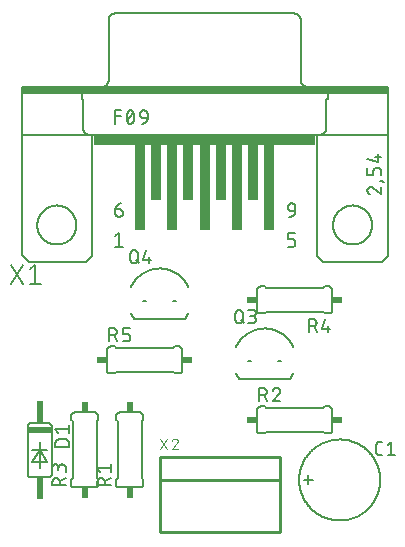
<source format=gbr>
G04 EAGLE Gerber RS-274X export*
G75*
%MOMM*%
%FSLAX34Y34*%
%LPD*%
%INSilkscreen Top*%
%IPPOS*%
%AMOC8*
5,1,8,0,0,1.08239X$1,22.5*%
G01*
%ADD10C,0.152400*%
%ADD11C,0.127000*%
%ADD12R,2.032000X0.508000*%
%ADD13R,0.508000X1.905000*%
%ADD14R,0.609600X0.863600*%
%ADD15R,0.863600X0.609600*%
%ADD16R,18.542000X0.762000*%
%ADD17R,30.988000X0.508000*%
%ADD18R,0.812800X7.239000*%
%ADD19R,0.812800X4.699000*%
%ADD20C,0.177800*%
%ADD21C,0.254000*%
%ADD22C,0.101600*%


D10*
X248920Y50800D02*
X256540Y50800D01*
X252730Y46990D02*
X252730Y54610D01*
X245110Y50800D02*
X245120Y51642D01*
X245151Y52483D01*
X245203Y53323D01*
X245275Y54161D01*
X245368Y54997D01*
X245481Y55831D01*
X245615Y56662D01*
X245769Y57490D01*
X245943Y58313D01*
X246138Y59132D01*
X246352Y59946D01*
X246587Y60754D01*
X246841Y61556D01*
X247114Y62352D01*
X247408Y63141D01*
X247720Y63922D01*
X248052Y64696D01*
X248402Y65461D01*
X248771Y66217D01*
X249159Y66964D01*
X249565Y67701D01*
X249988Y68429D01*
X250430Y69145D01*
X250889Y69851D01*
X251365Y70544D01*
X251858Y71227D01*
X252368Y71896D01*
X252893Y72553D01*
X253435Y73197D01*
X253993Y73828D01*
X254566Y74444D01*
X255153Y75047D01*
X255756Y75634D01*
X256372Y76207D01*
X257003Y76765D01*
X257647Y77307D01*
X258304Y77832D01*
X258973Y78342D01*
X259656Y78835D01*
X260349Y79311D01*
X261055Y79770D01*
X261771Y80212D01*
X262499Y80635D01*
X263236Y81041D01*
X263983Y81429D01*
X264739Y81798D01*
X265504Y82148D01*
X266278Y82480D01*
X267059Y82792D01*
X267848Y83086D01*
X268644Y83359D01*
X269446Y83613D01*
X270254Y83848D01*
X271068Y84062D01*
X271887Y84257D01*
X272710Y84431D01*
X273538Y84585D01*
X274369Y84719D01*
X275203Y84832D01*
X276039Y84925D01*
X276877Y84997D01*
X277717Y85049D01*
X278558Y85080D01*
X279400Y85090D01*
X280242Y85080D01*
X281083Y85049D01*
X281923Y84997D01*
X282761Y84925D01*
X283597Y84832D01*
X284431Y84719D01*
X285262Y84585D01*
X286090Y84431D01*
X286913Y84257D01*
X287732Y84062D01*
X288546Y83848D01*
X289354Y83613D01*
X290156Y83359D01*
X290952Y83086D01*
X291741Y82792D01*
X292522Y82480D01*
X293296Y82148D01*
X294061Y81798D01*
X294817Y81429D01*
X295564Y81041D01*
X296301Y80635D01*
X297029Y80212D01*
X297745Y79770D01*
X298451Y79311D01*
X299144Y78835D01*
X299827Y78342D01*
X300496Y77832D01*
X301153Y77307D01*
X301797Y76765D01*
X302428Y76207D01*
X303044Y75634D01*
X303647Y75047D01*
X304234Y74444D01*
X304807Y73828D01*
X305365Y73197D01*
X305907Y72553D01*
X306432Y71896D01*
X306942Y71227D01*
X307435Y70544D01*
X307911Y69851D01*
X308370Y69145D01*
X308812Y68429D01*
X309235Y67701D01*
X309641Y66964D01*
X310029Y66217D01*
X310398Y65461D01*
X310748Y64696D01*
X311080Y63922D01*
X311392Y63141D01*
X311686Y62352D01*
X311959Y61556D01*
X312213Y60754D01*
X312448Y59946D01*
X312662Y59132D01*
X312857Y58313D01*
X313031Y57490D01*
X313185Y56662D01*
X313319Y55831D01*
X313432Y54997D01*
X313525Y54161D01*
X313597Y53323D01*
X313649Y52483D01*
X313680Y51642D01*
X313690Y50800D01*
X313680Y49958D01*
X313649Y49117D01*
X313597Y48277D01*
X313525Y47439D01*
X313432Y46603D01*
X313319Y45769D01*
X313185Y44938D01*
X313031Y44110D01*
X312857Y43287D01*
X312662Y42468D01*
X312448Y41654D01*
X312213Y40846D01*
X311959Y40044D01*
X311686Y39248D01*
X311392Y38459D01*
X311080Y37678D01*
X310748Y36904D01*
X310398Y36139D01*
X310029Y35383D01*
X309641Y34636D01*
X309235Y33899D01*
X308812Y33171D01*
X308370Y32455D01*
X307911Y31749D01*
X307435Y31056D01*
X306942Y30373D01*
X306432Y29704D01*
X305907Y29047D01*
X305365Y28403D01*
X304807Y27772D01*
X304234Y27156D01*
X303647Y26553D01*
X303044Y25966D01*
X302428Y25393D01*
X301797Y24835D01*
X301153Y24293D01*
X300496Y23768D01*
X299827Y23258D01*
X299144Y22765D01*
X298451Y22289D01*
X297745Y21830D01*
X297029Y21388D01*
X296301Y20965D01*
X295564Y20559D01*
X294817Y20171D01*
X294061Y19802D01*
X293296Y19452D01*
X292522Y19120D01*
X291741Y18808D01*
X290952Y18514D01*
X290156Y18241D01*
X289354Y17987D01*
X288546Y17752D01*
X287732Y17538D01*
X286913Y17343D01*
X286090Y17169D01*
X285262Y17015D01*
X284431Y16881D01*
X283597Y16768D01*
X282761Y16675D01*
X281923Y16603D01*
X281083Y16551D01*
X280242Y16520D01*
X279400Y16510D01*
X278558Y16520D01*
X277717Y16551D01*
X276877Y16603D01*
X276039Y16675D01*
X275203Y16768D01*
X274369Y16881D01*
X273538Y17015D01*
X272710Y17169D01*
X271887Y17343D01*
X271068Y17538D01*
X270254Y17752D01*
X269446Y17987D01*
X268644Y18241D01*
X267848Y18514D01*
X267059Y18808D01*
X266278Y19120D01*
X265504Y19452D01*
X264739Y19802D01*
X263983Y20171D01*
X263236Y20559D01*
X262499Y20965D01*
X261771Y21388D01*
X261055Y21830D01*
X260349Y22289D01*
X259656Y22765D01*
X258973Y23258D01*
X258304Y23768D01*
X257647Y24293D01*
X257003Y24835D01*
X256372Y25393D01*
X255756Y25966D01*
X255153Y26553D01*
X254566Y27156D01*
X253993Y27772D01*
X253435Y28403D01*
X252893Y29047D01*
X252368Y29704D01*
X251858Y30373D01*
X251365Y31056D01*
X250889Y31749D01*
X250430Y32455D01*
X249988Y33171D01*
X249565Y33899D01*
X249159Y34636D01*
X248771Y35383D01*
X248402Y36139D01*
X248052Y36904D01*
X247720Y37678D01*
X247408Y38459D01*
X247114Y39248D01*
X246841Y40044D01*
X246587Y40846D01*
X246352Y41654D01*
X246138Y42468D01*
X245943Y43287D01*
X245769Y44110D01*
X245615Y44938D01*
X245481Y45769D01*
X245368Y46603D01*
X245275Y47439D01*
X245203Y48277D01*
X245151Y49117D01*
X245120Y49958D01*
X245110Y50800D01*
D11*
X313055Y71755D02*
X315595Y71755D01*
X313055Y71755D02*
X312955Y71757D01*
X312856Y71763D01*
X312756Y71773D01*
X312658Y71786D01*
X312559Y71804D01*
X312462Y71825D01*
X312366Y71850D01*
X312270Y71879D01*
X312176Y71912D01*
X312083Y71948D01*
X311992Y71988D01*
X311902Y72032D01*
X311814Y72079D01*
X311728Y72129D01*
X311644Y72183D01*
X311562Y72240D01*
X311483Y72300D01*
X311405Y72364D01*
X311331Y72430D01*
X311259Y72499D01*
X311190Y72571D01*
X311124Y72645D01*
X311060Y72723D01*
X311000Y72802D01*
X310943Y72884D01*
X310889Y72968D01*
X310839Y73054D01*
X310792Y73142D01*
X310748Y73232D01*
X310708Y73323D01*
X310672Y73416D01*
X310639Y73510D01*
X310610Y73606D01*
X310585Y73702D01*
X310564Y73799D01*
X310546Y73898D01*
X310533Y73996D01*
X310523Y74096D01*
X310517Y74195D01*
X310515Y74295D01*
X310515Y80645D01*
X310517Y80745D01*
X310523Y80844D01*
X310533Y80944D01*
X310546Y81042D01*
X310564Y81141D01*
X310585Y81238D01*
X310610Y81334D01*
X310639Y81430D01*
X310672Y81524D01*
X310708Y81617D01*
X310748Y81708D01*
X310792Y81798D01*
X310839Y81886D01*
X310889Y81972D01*
X310943Y82056D01*
X311000Y82138D01*
X311060Y82217D01*
X311124Y82295D01*
X311190Y82369D01*
X311259Y82441D01*
X311331Y82510D01*
X311405Y82576D01*
X311483Y82640D01*
X311562Y82700D01*
X311644Y82757D01*
X311728Y82811D01*
X311814Y82861D01*
X311902Y82908D01*
X311992Y82952D01*
X312083Y82992D01*
X312176Y83028D01*
X312270Y83061D01*
X312366Y83090D01*
X312462Y83115D01*
X312559Y83136D01*
X312658Y83154D01*
X312756Y83167D01*
X312856Y83177D01*
X312955Y83183D01*
X313055Y83185D01*
X315595Y83185D01*
X320077Y80645D02*
X323252Y83185D01*
X323252Y71755D01*
X320077Y71755D02*
X326427Y71755D01*
D10*
X25400Y76200D02*
X25400Y82550D01*
X31750Y66040D02*
X19050Y66040D01*
X25400Y76200D01*
X25400Y60960D01*
X31750Y66040D02*
X25400Y76200D01*
X31750Y76200D01*
X25400Y76200D02*
X19050Y76200D01*
X35560Y55880D02*
X35558Y55780D01*
X35552Y55681D01*
X35542Y55581D01*
X35529Y55483D01*
X35511Y55384D01*
X35490Y55287D01*
X35465Y55191D01*
X35436Y55095D01*
X35403Y55001D01*
X35367Y54908D01*
X35327Y54817D01*
X35283Y54727D01*
X35236Y54639D01*
X35186Y54553D01*
X35132Y54469D01*
X35075Y54387D01*
X35015Y54308D01*
X34951Y54230D01*
X34885Y54156D01*
X34816Y54084D01*
X34744Y54015D01*
X34670Y53949D01*
X34592Y53885D01*
X34513Y53825D01*
X34431Y53768D01*
X34347Y53714D01*
X34261Y53664D01*
X34173Y53617D01*
X34083Y53573D01*
X33992Y53533D01*
X33899Y53497D01*
X33805Y53464D01*
X33709Y53435D01*
X33613Y53410D01*
X33516Y53389D01*
X33417Y53371D01*
X33319Y53358D01*
X33219Y53348D01*
X33120Y53342D01*
X33020Y53340D01*
X35560Y96520D02*
X35558Y96620D01*
X35552Y96719D01*
X35542Y96819D01*
X35529Y96917D01*
X35511Y97016D01*
X35490Y97113D01*
X35465Y97209D01*
X35436Y97305D01*
X35403Y97399D01*
X35367Y97492D01*
X35327Y97583D01*
X35283Y97673D01*
X35236Y97761D01*
X35186Y97847D01*
X35132Y97931D01*
X35075Y98013D01*
X35015Y98092D01*
X34951Y98170D01*
X34885Y98244D01*
X34816Y98316D01*
X34744Y98385D01*
X34670Y98451D01*
X34592Y98515D01*
X34513Y98575D01*
X34431Y98632D01*
X34347Y98686D01*
X34261Y98736D01*
X34173Y98783D01*
X34083Y98827D01*
X33992Y98867D01*
X33899Y98903D01*
X33805Y98936D01*
X33709Y98965D01*
X33613Y98990D01*
X33516Y99011D01*
X33417Y99029D01*
X33319Y99042D01*
X33219Y99052D01*
X33120Y99058D01*
X33020Y99060D01*
X17780Y99060D02*
X17680Y99058D01*
X17581Y99052D01*
X17481Y99042D01*
X17383Y99029D01*
X17284Y99011D01*
X17187Y98990D01*
X17091Y98965D01*
X16995Y98936D01*
X16901Y98903D01*
X16808Y98867D01*
X16717Y98827D01*
X16627Y98783D01*
X16539Y98736D01*
X16453Y98686D01*
X16369Y98632D01*
X16287Y98575D01*
X16208Y98515D01*
X16130Y98451D01*
X16056Y98385D01*
X15984Y98316D01*
X15915Y98244D01*
X15849Y98170D01*
X15785Y98092D01*
X15725Y98013D01*
X15668Y97931D01*
X15614Y97847D01*
X15564Y97761D01*
X15517Y97673D01*
X15473Y97583D01*
X15433Y97492D01*
X15397Y97399D01*
X15364Y97305D01*
X15335Y97209D01*
X15310Y97113D01*
X15289Y97016D01*
X15271Y96917D01*
X15258Y96819D01*
X15248Y96719D01*
X15242Y96620D01*
X15240Y96520D01*
X15240Y55880D02*
X15242Y55780D01*
X15248Y55681D01*
X15258Y55581D01*
X15271Y55483D01*
X15289Y55384D01*
X15310Y55287D01*
X15335Y55191D01*
X15364Y55095D01*
X15397Y55001D01*
X15433Y54908D01*
X15473Y54817D01*
X15517Y54727D01*
X15564Y54639D01*
X15614Y54553D01*
X15668Y54469D01*
X15725Y54387D01*
X15785Y54308D01*
X15849Y54230D01*
X15915Y54156D01*
X15984Y54084D01*
X16056Y54015D01*
X16130Y53949D01*
X16208Y53885D01*
X16287Y53825D01*
X16369Y53768D01*
X16453Y53714D01*
X16539Y53664D01*
X16627Y53617D01*
X16717Y53573D01*
X16808Y53533D01*
X16901Y53497D01*
X16995Y53464D01*
X17091Y53435D01*
X17187Y53410D01*
X17284Y53389D01*
X17383Y53371D01*
X17481Y53358D01*
X17581Y53348D01*
X17680Y53342D01*
X17780Y53340D01*
X33020Y53340D01*
X33020Y99060D02*
X17780Y99060D01*
X35560Y96520D02*
X35560Y55880D01*
X15240Y55880D02*
X15240Y96520D01*
D12*
X25400Y92710D03*
D13*
X25400Y43815D03*
X25400Y108585D03*
D11*
X38735Y78994D02*
X50165Y78994D01*
X38735Y78994D02*
X38735Y82169D01*
X38737Y82280D01*
X38743Y82390D01*
X38752Y82501D01*
X38766Y82611D01*
X38783Y82720D01*
X38804Y82829D01*
X38829Y82937D01*
X38858Y83044D01*
X38890Y83150D01*
X38926Y83255D01*
X38966Y83358D01*
X39009Y83460D01*
X39056Y83561D01*
X39107Y83660D01*
X39160Y83757D01*
X39217Y83851D01*
X39278Y83944D01*
X39341Y84035D01*
X39408Y84124D01*
X39478Y84210D01*
X39551Y84293D01*
X39626Y84375D01*
X39704Y84453D01*
X39786Y84528D01*
X39869Y84601D01*
X39955Y84671D01*
X40044Y84738D01*
X40135Y84801D01*
X40228Y84862D01*
X40323Y84919D01*
X40419Y84972D01*
X40518Y85023D01*
X40619Y85070D01*
X40721Y85113D01*
X40824Y85153D01*
X40929Y85189D01*
X41035Y85221D01*
X41142Y85250D01*
X41250Y85275D01*
X41359Y85296D01*
X41468Y85313D01*
X41578Y85327D01*
X41689Y85336D01*
X41799Y85342D01*
X41910Y85344D01*
X46990Y85344D01*
X47101Y85342D01*
X47211Y85336D01*
X47322Y85327D01*
X47432Y85313D01*
X47541Y85296D01*
X47650Y85275D01*
X47758Y85250D01*
X47865Y85221D01*
X47971Y85189D01*
X48076Y85153D01*
X48179Y85113D01*
X48281Y85070D01*
X48382Y85023D01*
X48481Y84972D01*
X48578Y84919D01*
X48672Y84862D01*
X48765Y84801D01*
X48856Y84738D01*
X48945Y84671D01*
X49031Y84601D01*
X49114Y84528D01*
X49196Y84453D01*
X49274Y84375D01*
X49349Y84293D01*
X49422Y84210D01*
X49492Y84124D01*
X49559Y84035D01*
X49622Y83944D01*
X49683Y83851D01*
X49740Y83757D01*
X49793Y83660D01*
X49844Y83561D01*
X49891Y83460D01*
X49934Y83358D01*
X49974Y83255D01*
X50010Y83150D01*
X50042Y83044D01*
X50071Y82937D01*
X50096Y82829D01*
X50117Y82720D01*
X50134Y82611D01*
X50148Y82501D01*
X50157Y82390D01*
X50163Y82280D01*
X50165Y82169D01*
X50165Y78994D01*
X41275Y90805D02*
X38735Y93980D01*
X50165Y93980D01*
X50165Y90805D02*
X50165Y97155D01*
D10*
X90170Y46990D02*
X90172Y46890D01*
X90178Y46791D01*
X90188Y46691D01*
X90201Y46593D01*
X90219Y46494D01*
X90240Y46397D01*
X90265Y46301D01*
X90294Y46205D01*
X90327Y46111D01*
X90363Y46018D01*
X90403Y45927D01*
X90447Y45837D01*
X90494Y45749D01*
X90544Y45663D01*
X90598Y45579D01*
X90655Y45497D01*
X90715Y45418D01*
X90779Y45340D01*
X90845Y45266D01*
X90914Y45194D01*
X90986Y45125D01*
X91060Y45059D01*
X91138Y44995D01*
X91217Y44935D01*
X91299Y44878D01*
X91383Y44824D01*
X91469Y44774D01*
X91557Y44727D01*
X91647Y44683D01*
X91738Y44643D01*
X91831Y44607D01*
X91925Y44574D01*
X92021Y44545D01*
X92117Y44520D01*
X92214Y44499D01*
X92313Y44481D01*
X92411Y44468D01*
X92511Y44458D01*
X92610Y44452D01*
X92710Y44450D01*
X110490Y44450D02*
X110590Y44452D01*
X110689Y44458D01*
X110789Y44468D01*
X110887Y44481D01*
X110986Y44499D01*
X111083Y44520D01*
X111179Y44545D01*
X111275Y44574D01*
X111369Y44607D01*
X111462Y44643D01*
X111553Y44683D01*
X111643Y44727D01*
X111731Y44774D01*
X111817Y44824D01*
X111901Y44878D01*
X111983Y44935D01*
X112062Y44995D01*
X112140Y45059D01*
X112214Y45125D01*
X112286Y45194D01*
X112355Y45266D01*
X112421Y45340D01*
X112485Y45418D01*
X112545Y45497D01*
X112602Y45579D01*
X112656Y45663D01*
X112706Y45749D01*
X112753Y45837D01*
X112797Y45927D01*
X112837Y46018D01*
X112873Y46111D01*
X112906Y46205D01*
X112935Y46301D01*
X112960Y46397D01*
X112981Y46494D01*
X112999Y46593D01*
X113012Y46691D01*
X113022Y46791D01*
X113028Y46890D01*
X113030Y46990D01*
X113030Y105410D02*
X113028Y105510D01*
X113022Y105609D01*
X113012Y105709D01*
X112999Y105807D01*
X112981Y105906D01*
X112960Y106003D01*
X112935Y106099D01*
X112906Y106195D01*
X112873Y106289D01*
X112837Y106382D01*
X112797Y106473D01*
X112753Y106563D01*
X112706Y106651D01*
X112656Y106737D01*
X112602Y106821D01*
X112545Y106903D01*
X112485Y106982D01*
X112421Y107060D01*
X112355Y107134D01*
X112286Y107206D01*
X112214Y107275D01*
X112140Y107341D01*
X112062Y107405D01*
X111983Y107465D01*
X111901Y107522D01*
X111817Y107576D01*
X111731Y107626D01*
X111643Y107673D01*
X111553Y107717D01*
X111462Y107757D01*
X111369Y107793D01*
X111275Y107826D01*
X111179Y107855D01*
X111083Y107880D01*
X110986Y107901D01*
X110887Y107919D01*
X110789Y107932D01*
X110689Y107942D01*
X110590Y107948D01*
X110490Y107950D01*
X92710Y107950D02*
X92610Y107948D01*
X92511Y107942D01*
X92411Y107932D01*
X92313Y107919D01*
X92214Y107901D01*
X92117Y107880D01*
X92021Y107855D01*
X91925Y107826D01*
X91831Y107793D01*
X91738Y107757D01*
X91647Y107717D01*
X91557Y107673D01*
X91469Y107626D01*
X91383Y107576D01*
X91299Y107522D01*
X91217Y107465D01*
X91138Y107405D01*
X91060Y107341D01*
X90986Y107275D01*
X90914Y107206D01*
X90845Y107134D01*
X90779Y107060D01*
X90715Y106982D01*
X90655Y106903D01*
X90598Y106821D01*
X90544Y106737D01*
X90494Y106651D01*
X90447Y106563D01*
X90403Y106473D01*
X90363Y106382D01*
X90327Y106289D01*
X90294Y106195D01*
X90265Y106099D01*
X90240Y106003D01*
X90219Y105906D01*
X90201Y105807D01*
X90188Y105709D01*
X90178Y105609D01*
X90172Y105510D01*
X90170Y105410D01*
X92710Y44450D02*
X110490Y44450D01*
X90170Y46990D02*
X90170Y50800D01*
X91440Y52070D01*
X113030Y50800D02*
X113030Y46990D01*
X113030Y50800D02*
X111760Y52070D01*
X91440Y100330D02*
X90170Y101600D01*
X91440Y100330D02*
X91440Y52070D01*
X111760Y100330D02*
X113030Y101600D01*
X111760Y100330D02*
X111760Y52070D01*
X90170Y101600D02*
X90170Y105410D01*
X113030Y105410D02*
X113030Y101600D01*
X110490Y107950D02*
X92710Y107950D01*
D14*
X101600Y112268D03*
X101600Y40132D03*
D11*
X85725Y46355D02*
X74295Y46355D01*
X74295Y49530D01*
X74297Y49641D01*
X74303Y49751D01*
X74312Y49862D01*
X74326Y49972D01*
X74343Y50081D01*
X74364Y50190D01*
X74389Y50298D01*
X74418Y50405D01*
X74450Y50511D01*
X74486Y50616D01*
X74526Y50719D01*
X74569Y50821D01*
X74616Y50922D01*
X74667Y51021D01*
X74720Y51117D01*
X74777Y51212D01*
X74838Y51305D01*
X74901Y51396D01*
X74968Y51485D01*
X75038Y51571D01*
X75111Y51654D01*
X75186Y51736D01*
X75264Y51814D01*
X75346Y51889D01*
X75429Y51962D01*
X75515Y52032D01*
X75604Y52099D01*
X75695Y52162D01*
X75788Y52223D01*
X75883Y52280D01*
X75979Y52333D01*
X76078Y52384D01*
X76179Y52431D01*
X76281Y52474D01*
X76384Y52514D01*
X76489Y52550D01*
X76595Y52582D01*
X76702Y52611D01*
X76810Y52636D01*
X76919Y52657D01*
X77028Y52674D01*
X77138Y52688D01*
X77249Y52697D01*
X77359Y52703D01*
X77470Y52705D01*
X77581Y52703D01*
X77691Y52697D01*
X77802Y52688D01*
X77912Y52674D01*
X78021Y52657D01*
X78130Y52636D01*
X78238Y52611D01*
X78345Y52582D01*
X78451Y52550D01*
X78556Y52514D01*
X78659Y52474D01*
X78761Y52431D01*
X78862Y52384D01*
X78961Y52333D01*
X79058Y52280D01*
X79152Y52223D01*
X79245Y52162D01*
X79336Y52099D01*
X79425Y52032D01*
X79511Y51962D01*
X79594Y51889D01*
X79676Y51814D01*
X79754Y51736D01*
X79829Y51654D01*
X79902Y51571D01*
X79972Y51485D01*
X80039Y51396D01*
X80102Y51305D01*
X80163Y51212D01*
X80220Y51118D01*
X80273Y51021D01*
X80324Y50922D01*
X80371Y50821D01*
X80414Y50719D01*
X80454Y50616D01*
X80490Y50511D01*
X80522Y50405D01*
X80551Y50298D01*
X80576Y50190D01*
X80597Y50081D01*
X80614Y49972D01*
X80628Y49862D01*
X80637Y49751D01*
X80643Y49641D01*
X80645Y49530D01*
X80645Y46355D01*
X80645Y50165D02*
X85725Y52705D01*
X76835Y57702D02*
X74295Y60877D01*
X85725Y60877D01*
X85725Y57702D02*
X85725Y64052D01*
D10*
X209550Y110490D02*
X209552Y110590D01*
X209558Y110689D01*
X209568Y110789D01*
X209581Y110887D01*
X209599Y110986D01*
X209620Y111083D01*
X209645Y111179D01*
X209674Y111275D01*
X209707Y111369D01*
X209743Y111462D01*
X209783Y111553D01*
X209827Y111643D01*
X209874Y111731D01*
X209924Y111817D01*
X209978Y111901D01*
X210035Y111983D01*
X210095Y112062D01*
X210159Y112140D01*
X210225Y112214D01*
X210294Y112286D01*
X210366Y112355D01*
X210440Y112421D01*
X210518Y112485D01*
X210597Y112545D01*
X210679Y112602D01*
X210763Y112656D01*
X210849Y112706D01*
X210937Y112753D01*
X211027Y112797D01*
X211118Y112837D01*
X211211Y112873D01*
X211305Y112906D01*
X211401Y112935D01*
X211497Y112960D01*
X211594Y112981D01*
X211693Y112999D01*
X211791Y113012D01*
X211891Y113022D01*
X211990Y113028D01*
X212090Y113030D01*
X209550Y92710D02*
X209552Y92610D01*
X209558Y92511D01*
X209568Y92411D01*
X209581Y92313D01*
X209599Y92214D01*
X209620Y92117D01*
X209645Y92021D01*
X209674Y91925D01*
X209707Y91831D01*
X209743Y91738D01*
X209783Y91647D01*
X209827Y91557D01*
X209874Y91469D01*
X209924Y91383D01*
X209978Y91299D01*
X210035Y91217D01*
X210095Y91138D01*
X210159Y91060D01*
X210225Y90986D01*
X210294Y90914D01*
X210366Y90845D01*
X210440Y90779D01*
X210518Y90715D01*
X210597Y90655D01*
X210679Y90598D01*
X210763Y90544D01*
X210849Y90494D01*
X210937Y90447D01*
X211027Y90403D01*
X211118Y90363D01*
X211211Y90327D01*
X211305Y90294D01*
X211401Y90265D01*
X211497Y90240D01*
X211594Y90219D01*
X211693Y90201D01*
X211791Y90188D01*
X211891Y90178D01*
X211990Y90172D01*
X212090Y90170D01*
X270510Y90170D02*
X270610Y90172D01*
X270709Y90178D01*
X270809Y90188D01*
X270907Y90201D01*
X271006Y90219D01*
X271103Y90240D01*
X271199Y90265D01*
X271295Y90294D01*
X271389Y90327D01*
X271482Y90363D01*
X271573Y90403D01*
X271663Y90447D01*
X271751Y90494D01*
X271837Y90544D01*
X271921Y90598D01*
X272003Y90655D01*
X272082Y90715D01*
X272160Y90779D01*
X272234Y90845D01*
X272306Y90914D01*
X272375Y90986D01*
X272441Y91060D01*
X272505Y91138D01*
X272565Y91217D01*
X272622Y91299D01*
X272676Y91383D01*
X272726Y91469D01*
X272773Y91557D01*
X272817Y91647D01*
X272857Y91738D01*
X272893Y91831D01*
X272926Y91925D01*
X272955Y92021D01*
X272980Y92117D01*
X273001Y92214D01*
X273019Y92313D01*
X273032Y92411D01*
X273042Y92511D01*
X273048Y92610D01*
X273050Y92710D01*
X273050Y110490D02*
X273048Y110590D01*
X273042Y110689D01*
X273032Y110789D01*
X273019Y110887D01*
X273001Y110986D01*
X272980Y111083D01*
X272955Y111179D01*
X272926Y111275D01*
X272893Y111369D01*
X272857Y111462D01*
X272817Y111553D01*
X272773Y111643D01*
X272726Y111731D01*
X272676Y111817D01*
X272622Y111901D01*
X272565Y111983D01*
X272505Y112062D01*
X272441Y112140D01*
X272375Y112214D01*
X272306Y112286D01*
X272234Y112355D01*
X272160Y112421D01*
X272082Y112485D01*
X272003Y112545D01*
X271921Y112602D01*
X271837Y112656D01*
X271751Y112706D01*
X271663Y112753D01*
X271573Y112797D01*
X271482Y112837D01*
X271389Y112873D01*
X271295Y112906D01*
X271199Y112935D01*
X271103Y112960D01*
X271006Y112981D01*
X270907Y112999D01*
X270809Y113012D01*
X270709Y113022D01*
X270610Y113028D01*
X270510Y113030D01*
X209550Y110490D02*
X209550Y92710D01*
X212090Y113030D02*
X215900Y113030D01*
X217170Y111760D01*
X215900Y90170D02*
X212090Y90170D01*
X215900Y90170D02*
X217170Y91440D01*
X265430Y111760D02*
X266700Y113030D01*
X265430Y111760D02*
X217170Y111760D01*
X265430Y91440D02*
X266700Y90170D01*
X265430Y91440D02*
X217170Y91440D01*
X266700Y113030D02*
X270510Y113030D01*
X270510Y90170D02*
X266700Y90170D01*
X273050Y92710D02*
X273050Y110490D01*
D15*
X277368Y101600D03*
X205232Y101600D03*
D11*
X211455Y117475D02*
X211455Y128905D01*
X214630Y128905D01*
X214741Y128903D01*
X214851Y128897D01*
X214962Y128888D01*
X215072Y128874D01*
X215181Y128857D01*
X215290Y128836D01*
X215398Y128811D01*
X215505Y128782D01*
X215611Y128750D01*
X215716Y128714D01*
X215819Y128674D01*
X215921Y128631D01*
X216022Y128584D01*
X216121Y128533D01*
X216218Y128480D01*
X216312Y128423D01*
X216405Y128362D01*
X216496Y128299D01*
X216585Y128232D01*
X216671Y128162D01*
X216754Y128089D01*
X216836Y128014D01*
X216914Y127936D01*
X216989Y127854D01*
X217062Y127771D01*
X217132Y127685D01*
X217199Y127596D01*
X217262Y127505D01*
X217323Y127412D01*
X217380Y127317D01*
X217433Y127221D01*
X217484Y127122D01*
X217531Y127021D01*
X217574Y126919D01*
X217614Y126816D01*
X217650Y126711D01*
X217682Y126605D01*
X217711Y126498D01*
X217736Y126390D01*
X217757Y126281D01*
X217774Y126172D01*
X217788Y126062D01*
X217797Y125951D01*
X217803Y125841D01*
X217805Y125730D01*
X217803Y125619D01*
X217797Y125509D01*
X217788Y125398D01*
X217774Y125288D01*
X217757Y125179D01*
X217736Y125070D01*
X217711Y124962D01*
X217682Y124855D01*
X217650Y124749D01*
X217614Y124644D01*
X217574Y124541D01*
X217531Y124439D01*
X217484Y124338D01*
X217433Y124239D01*
X217380Y124142D01*
X217323Y124048D01*
X217262Y123955D01*
X217199Y123864D01*
X217132Y123775D01*
X217062Y123689D01*
X216989Y123606D01*
X216914Y123524D01*
X216836Y123446D01*
X216754Y123371D01*
X216671Y123298D01*
X216585Y123228D01*
X216496Y123161D01*
X216405Y123098D01*
X216312Y123037D01*
X216217Y122980D01*
X216121Y122927D01*
X216022Y122876D01*
X215921Y122829D01*
X215819Y122786D01*
X215716Y122746D01*
X215611Y122710D01*
X215505Y122678D01*
X215398Y122649D01*
X215290Y122624D01*
X215181Y122603D01*
X215072Y122586D01*
X214962Y122572D01*
X214851Y122563D01*
X214741Y122557D01*
X214630Y122555D01*
X211455Y122555D01*
X215265Y122555D02*
X217805Y117475D01*
X229153Y126048D02*
X229151Y126152D01*
X229145Y126257D01*
X229136Y126361D01*
X229123Y126464D01*
X229105Y126567D01*
X229085Y126669D01*
X229060Y126771D01*
X229032Y126871D01*
X229000Y126971D01*
X228964Y127069D01*
X228925Y127166D01*
X228883Y127261D01*
X228837Y127355D01*
X228787Y127447D01*
X228735Y127537D01*
X228679Y127625D01*
X228619Y127711D01*
X228557Y127795D01*
X228492Y127876D01*
X228424Y127955D01*
X228352Y128032D01*
X228279Y128105D01*
X228202Y128177D01*
X228123Y128245D01*
X228042Y128310D01*
X227958Y128372D01*
X227872Y128432D01*
X227784Y128488D01*
X227694Y128540D01*
X227602Y128590D01*
X227508Y128636D01*
X227413Y128678D01*
X227316Y128717D01*
X227218Y128753D01*
X227118Y128785D01*
X227018Y128813D01*
X226916Y128838D01*
X226814Y128858D01*
X226711Y128876D01*
X226608Y128889D01*
X226504Y128898D01*
X226399Y128904D01*
X226295Y128906D01*
X226295Y128905D02*
X226177Y128903D01*
X226058Y128897D01*
X225940Y128888D01*
X225823Y128875D01*
X225706Y128857D01*
X225589Y128837D01*
X225473Y128812D01*
X225358Y128784D01*
X225245Y128751D01*
X225132Y128716D01*
X225020Y128676D01*
X224910Y128634D01*
X224801Y128587D01*
X224693Y128537D01*
X224588Y128484D01*
X224484Y128427D01*
X224382Y128367D01*
X224282Y128304D01*
X224184Y128237D01*
X224088Y128168D01*
X223995Y128095D01*
X223904Y128019D01*
X223815Y127941D01*
X223729Y127859D01*
X223646Y127775D01*
X223565Y127689D01*
X223488Y127599D01*
X223413Y127508D01*
X223341Y127414D01*
X223272Y127317D01*
X223207Y127219D01*
X223144Y127118D01*
X223085Y127015D01*
X223029Y126911D01*
X222977Y126805D01*
X222928Y126697D01*
X222883Y126588D01*
X222841Y126477D01*
X222803Y126365D01*
X228200Y123826D02*
X228276Y123901D01*
X228351Y123980D01*
X228422Y124061D01*
X228491Y124145D01*
X228556Y124231D01*
X228618Y124319D01*
X228678Y124409D01*
X228734Y124501D01*
X228787Y124596D01*
X228836Y124692D01*
X228882Y124790D01*
X228925Y124889D01*
X228964Y124990D01*
X228999Y125092D01*
X229031Y125195D01*
X229059Y125299D01*
X229084Y125404D01*
X229105Y125511D01*
X229122Y125617D01*
X229135Y125724D01*
X229144Y125832D01*
X229150Y125940D01*
X229152Y126048D01*
X228200Y123825D02*
X222802Y117475D01*
X229152Y117475D01*
D10*
X54610Y44450D02*
X54510Y44452D01*
X54411Y44458D01*
X54311Y44468D01*
X54213Y44481D01*
X54114Y44499D01*
X54017Y44520D01*
X53921Y44545D01*
X53825Y44574D01*
X53731Y44607D01*
X53638Y44643D01*
X53547Y44683D01*
X53457Y44727D01*
X53369Y44774D01*
X53283Y44824D01*
X53199Y44878D01*
X53117Y44935D01*
X53038Y44995D01*
X52960Y45059D01*
X52886Y45125D01*
X52814Y45194D01*
X52745Y45266D01*
X52679Y45340D01*
X52615Y45418D01*
X52555Y45497D01*
X52498Y45579D01*
X52444Y45663D01*
X52394Y45749D01*
X52347Y45837D01*
X52303Y45927D01*
X52263Y46018D01*
X52227Y46111D01*
X52194Y46205D01*
X52165Y46301D01*
X52140Y46397D01*
X52119Y46494D01*
X52101Y46593D01*
X52088Y46691D01*
X52078Y46791D01*
X52072Y46890D01*
X52070Y46990D01*
X72390Y44450D02*
X72490Y44452D01*
X72589Y44458D01*
X72689Y44468D01*
X72787Y44481D01*
X72886Y44499D01*
X72983Y44520D01*
X73079Y44545D01*
X73175Y44574D01*
X73269Y44607D01*
X73362Y44643D01*
X73453Y44683D01*
X73543Y44727D01*
X73631Y44774D01*
X73717Y44824D01*
X73801Y44878D01*
X73883Y44935D01*
X73962Y44995D01*
X74040Y45059D01*
X74114Y45125D01*
X74186Y45194D01*
X74255Y45266D01*
X74321Y45340D01*
X74385Y45418D01*
X74445Y45497D01*
X74502Y45579D01*
X74556Y45663D01*
X74606Y45749D01*
X74653Y45837D01*
X74697Y45927D01*
X74737Y46018D01*
X74773Y46111D01*
X74806Y46205D01*
X74835Y46301D01*
X74860Y46397D01*
X74881Y46494D01*
X74899Y46593D01*
X74912Y46691D01*
X74922Y46791D01*
X74928Y46890D01*
X74930Y46990D01*
X74930Y105410D02*
X74928Y105510D01*
X74922Y105609D01*
X74912Y105709D01*
X74899Y105807D01*
X74881Y105906D01*
X74860Y106003D01*
X74835Y106099D01*
X74806Y106195D01*
X74773Y106289D01*
X74737Y106382D01*
X74697Y106473D01*
X74653Y106563D01*
X74606Y106651D01*
X74556Y106737D01*
X74502Y106821D01*
X74445Y106903D01*
X74385Y106982D01*
X74321Y107060D01*
X74255Y107134D01*
X74186Y107206D01*
X74114Y107275D01*
X74040Y107341D01*
X73962Y107405D01*
X73883Y107465D01*
X73801Y107522D01*
X73717Y107576D01*
X73631Y107626D01*
X73543Y107673D01*
X73453Y107717D01*
X73362Y107757D01*
X73269Y107793D01*
X73175Y107826D01*
X73079Y107855D01*
X72983Y107880D01*
X72886Y107901D01*
X72787Y107919D01*
X72689Y107932D01*
X72589Y107942D01*
X72490Y107948D01*
X72390Y107950D01*
X54610Y107950D02*
X54510Y107948D01*
X54411Y107942D01*
X54311Y107932D01*
X54213Y107919D01*
X54114Y107901D01*
X54017Y107880D01*
X53921Y107855D01*
X53825Y107826D01*
X53731Y107793D01*
X53638Y107757D01*
X53547Y107717D01*
X53457Y107673D01*
X53369Y107626D01*
X53283Y107576D01*
X53199Y107522D01*
X53117Y107465D01*
X53038Y107405D01*
X52960Y107341D01*
X52886Y107275D01*
X52814Y107206D01*
X52745Y107134D01*
X52679Y107060D01*
X52615Y106982D01*
X52555Y106903D01*
X52498Y106821D01*
X52444Y106737D01*
X52394Y106651D01*
X52347Y106563D01*
X52303Y106473D01*
X52263Y106382D01*
X52227Y106289D01*
X52194Y106195D01*
X52165Y106099D01*
X52140Y106003D01*
X52119Y105906D01*
X52101Y105807D01*
X52088Y105709D01*
X52078Y105609D01*
X52072Y105510D01*
X52070Y105410D01*
X54610Y44450D02*
X72390Y44450D01*
X52070Y46990D02*
X52070Y50800D01*
X53340Y52070D01*
X74930Y50800D02*
X74930Y46990D01*
X74930Y50800D02*
X73660Y52070D01*
X53340Y100330D02*
X52070Y101600D01*
X53340Y100330D02*
X53340Y52070D01*
X73660Y100330D02*
X74930Y101600D01*
X73660Y100330D02*
X73660Y52070D01*
X52070Y101600D02*
X52070Y105410D01*
X74930Y105410D02*
X74930Y101600D01*
X72390Y107950D02*
X54610Y107950D01*
D14*
X63500Y112268D03*
X63500Y40132D03*
D11*
X47625Y46355D02*
X36195Y46355D01*
X36195Y49530D01*
X36197Y49641D01*
X36203Y49751D01*
X36212Y49862D01*
X36226Y49972D01*
X36243Y50081D01*
X36264Y50190D01*
X36289Y50298D01*
X36318Y50405D01*
X36350Y50511D01*
X36386Y50616D01*
X36426Y50719D01*
X36469Y50821D01*
X36516Y50922D01*
X36567Y51021D01*
X36620Y51117D01*
X36677Y51212D01*
X36738Y51305D01*
X36801Y51396D01*
X36868Y51485D01*
X36938Y51571D01*
X37011Y51654D01*
X37086Y51736D01*
X37164Y51814D01*
X37246Y51889D01*
X37329Y51962D01*
X37415Y52032D01*
X37504Y52099D01*
X37595Y52162D01*
X37688Y52223D01*
X37782Y52280D01*
X37879Y52333D01*
X37978Y52384D01*
X38079Y52431D01*
X38181Y52474D01*
X38284Y52514D01*
X38389Y52550D01*
X38495Y52582D01*
X38602Y52611D01*
X38710Y52636D01*
X38819Y52657D01*
X38928Y52674D01*
X39038Y52688D01*
X39149Y52697D01*
X39259Y52703D01*
X39370Y52705D01*
X39481Y52703D01*
X39591Y52697D01*
X39702Y52688D01*
X39812Y52674D01*
X39921Y52657D01*
X40030Y52636D01*
X40138Y52611D01*
X40245Y52582D01*
X40351Y52550D01*
X40456Y52514D01*
X40559Y52474D01*
X40661Y52431D01*
X40762Y52384D01*
X40861Y52333D01*
X40958Y52280D01*
X41052Y52223D01*
X41145Y52162D01*
X41236Y52099D01*
X41325Y52032D01*
X41411Y51962D01*
X41494Y51889D01*
X41576Y51814D01*
X41654Y51736D01*
X41729Y51654D01*
X41802Y51571D01*
X41872Y51485D01*
X41939Y51396D01*
X42002Y51305D01*
X42063Y51212D01*
X42120Y51118D01*
X42173Y51021D01*
X42224Y50922D01*
X42271Y50821D01*
X42314Y50719D01*
X42354Y50616D01*
X42390Y50511D01*
X42422Y50405D01*
X42451Y50298D01*
X42476Y50190D01*
X42497Y50081D01*
X42514Y49972D01*
X42528Y49862D01*
X42537Y49751D01*
X42543Y49641D01*
X42545Y49530D01*
X42545Y46355D01*
X42545Y50165D02*
X47625Y52705D01*
X47625Y57702D02*
X47625Y60877D01*
X47623Y60988D01*
X47617Y61098D01*
X47608Y61209D01*
X47594Y61319D01*
X47577Y61428D01*
X47556Y61537D01*
X47531Y61645D01*
X47502Y61752D01*
X47470Y61858D01*
X47434Y61963D01*
X47394Y62066D01*
X47351Y62168D01*
X47304Y62269D01*
X47253Y62368D01*
X47200Y62465D01*
X47143Y62559D01*
X47082Y62652D01*
X47019Y62743D01*
X46952Y62832D01*
X46882Y62918D01*
X46809Y63001D01*
X46734Y63083D01*
X46656Y63161D01*
X46574Y63236D01*
X46491Y63309D01*
X46405Y63379D01*
X46316Y63446D01*
X46225Y63509D01*
X46132Y63570D01*
X46038Y63627D01*
X45941Y63680D01*
X45842Y63731D01*
X45741Y63778D01*
X45639Y63821D01*
X45536Y63861D01*
X45431Y63897D01*
X45325Y63929D01*
X45218Y63958D01*
X45110Y63983D01*
X45001Y64004D01*
X44892Y64021D01*
X44782Y64035D01*
X44671Y64044D01*
X44561Y64050D01*
X44450Y64052D01*
X44339Y64050D01*
X44229Y64044D01*
X44118Y64035D01*
X44008Y64021D01*
X43899Y64004D01*
X43790Y63983D01*
X43682Y63958D01*
X43575Y63929D01*
X43469Y63897D01*
X43364Y63861D01*
X43261Y63821D01*
X43159Y63778D01*
X43058Y63731D01*
X42959Y63680D01*
X42862Y63627D01*
X42768Y63570D01*
X42675Y63509D01*
X42584Y63446D01*
X42495Y63379D01*
X42409Y63309D01*
X42326Y63236D01*
X42244Y63161D01*
X42166Y63083D01*
X42091Y63001D01*
X42018Y62918D01*
X41948Y62832D01*
X41881Y62743D01*
X41818Y62652D01*
X41757Y62559D01*
X41700Y62464D01*
X41647Y62368D01*
X41596Y62269D01*
X41549Y62168D01*
X41506Y62066D01*
X41466Y61963D01*
X41430Y61858D01*
X41398Y61752D01*
X41369Y61645D01*
X41344Y61537D01*
X41323Y61428D01*
X41306Y61319D01*
X41292Y61209D01*
X41283Y61098D01*
X41277Y60988D01*
X41275Y60877D01*
X36195Y61512D02*
X36195Y57702D01*
X36195Y61512D02*
X36197Y61612D01*
X36203Y61711D01*
X36213Y61811D01*
X36226Y61909D01*
X36244Y62008D01*
X36265Y62105D01*
X36290Y62201D01*
X36319Y62297D01*
X36352Y62391D01*
X36388Y62484D01*
X36428Y62575D01*
X36472Y62665D01*
X36519Y62753D01*
X36569Y62839D01*
X36623Y62923D01*
X36680Y63005D01*
X36740Y63084D01*
X36804Y63162D01*
X36870Y63236D01*
X36939Y63308D01*
X37011Y63377D01*
X37085Y63443D01*
X37163Y63507D01*
X37242Y63567D01*
X37324Y63624D01*
X37408Y63678D01*
X37494Y63728D01*
X37582Y63775D01*
X37672Y63819D01*
X37763Y63859D01*
X37856Y63895D01*
X37950Y63928D01*
X38046Y63957D01*
X38142Y63982D01*
X38239Y64003D01*
X38338Y64021D01*
X38436Y64034D01*
X38536Y64044D01*
X38635Y64050D01*
X38735Y64052D01*
X38835Y64050D01*
X38934Y64044D01*
X39034Y64034D01*
X39132Y64021D01*
X39231Y64003D01*
X39328Y63982D01*
X39424Y63957D01*
X39520Y63928D01*
X39614Y63895D01*
X39707Y63859D01*
X39798Y63819D01*
X39888Y63775D01*
X39976Y63728D01*
X40062Y63678D01*
X40146Y63624D01*
X40228Y63567D01*
X40307Y63507D01*
X40385Y63443D01*
X40459Y63377D01*
X40531Y63308D01*
X40600Y63236D01*
X40666Y63162D01*
X40730Y63084D01*
X40790Y63005D01*
X40847Y62923D01*
X40901Y62839D01*
X40951Y62753D01*
X40998Y62665D01*
X41042Y62575D01*
X41082Y62484D01*
X41118Y62391D01*
X41151Y62297D01*
X41180Y62201D01*
X41205Y62105D01*
X41226Y62008D01*
X41244Y61909D01*
X41257Y61811D01*
X41267Y61711D01*
X41273Y61612D01*
X41275Y61512D01*
X41275Y58972D01*
D10*
X270510Y191770D02*
X270610Y191772D01*
X270709Y191778D01*
X270809Y191788D01*
X270907Y191801D01*
X271006Y191819D01*
X271103Y191840D01*
X271199Y191865D01*
X271295Y191894D01*
X271389Y191927D01*
X271482Y191963D01*
X271573Y192003D01*
X271663Y192047D01*
X271751Y192094D01*
X271837Y192144D01*
X271921Y192198D01*
X272003Y192255D01*
X272082Y192315D01*
X272160Y192379D01*
X272234Y192445D01*
X272306Y192514D01*
X272375Y192586D01*
X272441Y192660D01*
X272505Y192738D01*
X272565Y192817D01*
X272622Y192899D01*
X272676Y192983D01*
X272726Y193069D01*
X272773Y193157D01*
X272817Y193247D01*
X272857Y193338D01*
X272893Y193431D01*
X272926Y193525D01*
X272955Y193621D01*
X272980Y193717D01*
X273001Y193814D01*
X273019Y193913D01*
X273032Y194011D01*
X273042Y194111D01*
X273048Y194210D01*
X273050Y194310D01*
X273050Y212090D02*
X273048Y212190D01*
X273042Y212289D01*
X273032Y212389D01*
X273019Y212487D01*
X273001Y212586D01*
X272980Y212683D01*
X272955Y212779D01*
X272926Y212875D01*
X272893Y212969D01*
X272857Y213062D01*
X272817Y213153D01*
X272773Y213243D01*
X272726Y213331D01*
X272676Y213417D01*
X272622Y213501D01*
X272565Y213583D01*
X272505Y213662D01*
X272441Y213740D01*
X272375Y213814D01*
X272306Y213886D01*
X272234Y213955D01*
X272160Y214021D01*
X272082Y214085D01*
X272003Y214145D01*
X271921Y214202D01*
X271837Y214256D01*
X271751Y214306D01*
X271663Y214353D01*
X271573Y214397D01*
X271482Y214437D01*
X271389Y214473D01*
X271295Y214506D01*
X271199Y214535D01*
X271103Y214560D01*
X271006Y214581D01*
X270907Y214599D01*
X270809Y214612D01*
X270709Y214622D01*
X270610Y214628D01*
X270510Y214630D01*
X212090Y214630D02*
X211990Y214628D01*
X211891Y214622D01*
X211791Y214612D01*
X211693Y214599D01*
X211594Y214581D01*
X211497Y214560D01*
X211401Y214535D01*
X211305Y214506D01*
X211211Y214473D01*
X211118Y214437D01*
X211027Y214397D01*
X210937Y214353D01*
X210849Y214306D01*
X210763Y214256D01*
X210679Y214202D01*
X210597Y214145D01*
X210518Y214085D01*
X210440Y214021D01*
X210366Y213955D01*
X210294Y213886D01*
X210225Y213814D01*
X210159Y213740D01*
X210095Y213662D01*
X210035Y213583D01*
X209978Y213501D01*
X209924Y213417D01*
X209874Y213331D01*
X209827Y213243D01*
X209783Y213153D01*
X209743Y213062D01*
X209707Y212969D01*
X209674Y212875D01*
X209645Y212779D01*
X209620Y212683D01*
X209599Y212586D01*
X209581Y212487D01*
X209568Y212389D01*
X209558Y212289D01*
X209552Y212190D01*
X209550Y212090D01*
X209550Y194310D02*
X209552Y194210D01*
X209558Y194111D01*
X209568Y194011D01*
X209581Y193913D01*
X209599Y193814D01*
X209620Y193717D01*
X209645Y193621D01*
X209674Y193525D01*
X209707Y193431D01*
X209743Y193338D01*
X209783Y193247D01*
X209827Y193157D01*
X209874Y193069D01*
X209924Y192983D01*
X209978Y192899D01*
X210035Y192817D01*
X210095Y192738D01*
X210159Y192660D01*
X210225Y192586D01*
X210294Y192514D01*
X210366Y192445D01*
X210440Y192379D01*
X210518Y192315D01*
X210597Y192255D01*
X210679Y192198D01*
X210763Y192144D01*
X210849Y192094D01*
X210937Y192047D01*
X211027Y192003D01*
X211118Y191963D01*
X211211Y191927D01*
X211305Y191894D01*
X211401Y191865D01*
X211497Y191840D01*
X211594Y191819D01*
X211693Y191801D01*
X211791Y191788D01*
X211891Y191778D01*
X211990Y191772D01*
X212090Y191770D01*
X273050Y194310D02*
X273050Y212090D01*
X270510Y191770D02*
X266700Y191770D01*
X265430Y193040D01*
X266700Y214630D02*
X270510Y214630D01*
X266700Y214630D02*
X265430Y213360D01*
X217170Y193040D02*
X215900Y191770D01*
X217170Y193040D02*
X265430Y193040D01*
X217170Y213360D02*
X215900Y214630D01*
X217170Y213360D02*
X265430Y213360D01*
X215900Y191770D02*
X212090Y191770D01*
X212090Y214630D02*
X215900Y214630D01*
X209550Y212090D02*
X209550Y194310D01*
D15*
X205232Y203200D03*
X277368Y203200D03*
D11*
X253448Y187325D02*
X253448Y175895D01*
X253448Y187325D02*
X256623Y187325D01*
X256734Y187323D01*
X256844Y187317D01*
X256955Y187308D01*
X257065Y187294D01*
X257174Y187277D01*
X257283Y187256D01*
X257391Y187231D01*
X257498Y187202D01*
X257604Y187170D01*
X257709Y187134D01*
X257812Y187094D01*
X257914Y187051D01*
X258015Y187004D01*
X258114Y186953D01*
X258211Y186900D01*
X258305Y186843D01*
X258398Y186782D01*
X258489Y186719D01*
X258578Y186652D01*
X258664Y186582D01*
X258747Y186509D01*
X258829Y186434D01*
X258907Y186356D01*
X258982Y186274D01*
X259055Y186191D01*
X259125Y186105D01*
X259192Y186016D01*
X259255Y185925D01*
X259316Y185832D01*
X259373Y185737D01*
X259426Y185641D01*
X259477Y185542D01*
X259524Y185441D01*
X259567Y185339D01*
X259607Y185236D01*
X259643Y185131D01*
X259675Y185025D01*
X259704Y184918D01*
X259729Y184810D01*
X259750Y184701D01*
X259767Y184592D01*
X259781Y184482D01*
X259790Y184371D01*
X259796Y184261D01*
X259798Y184150D01*
X259796Y184039D01*
X259790Y183929D01*
X259781Y183818D01*
X259767Y183708D01*
X259750Y183599D01*
X259729Y183490D01*
X259704Y183382D01*
X259675Y183275D01*
X259643Y183169D01*
X259607Y183064D01*
X259567Y182961D01*
X259524Y182859D01*
X259477Y182758D01*
X259426Y182659D01*
X259373Y182562D01*
X259316Y182468D01*
X259255Y182375D01*
X259192Y182284D01*
X259125Y182195D01*
X259055Y182109D01*
X258982Y182026D01*
X258907Y181944D01*
X258829Y181866D01*
X258747Y181791D01*
X258664Y181718D01*
X258578Y181648D01*
X258489Y181581D01*
X258398Y181518D01*
X258305Y181457D01*
X258210Y181400D01*
X258114Y181347D01*
X258015Y181296D01*
X257914Y181249D01*
X257812Y181206D01*
X257709Y181166D01*
X257604Y181130D01*
X257498Y181098D01*
X257391Y181069D01*
X257283Y181044D01*
X257174Y181023D01*
X257065Y181006D01*
X256955Y180992D01*
X256844Y180983D01*
X256734Y180977D01*
X256623Y180975D01*
X253448Y180975D01*
X257258Y180975D02*
X259798Y175895D01*
X264795Y178435D02*
X267335Y187325D01*
X264795Y178435D02*
X271145Y178435D01*
X269240Y180975D02*
X269240Y175895D01*
D10*
X85090Y163830D02*
X84990Y163828D01*
X84891Y163822D01*
X84791Y163812D01*
X84693Y163799D01*
X84594Y163781D01*
X84497Y163760D01*
X84401Y163735D01*
X84305Y163706D01*
X84211Y163673D01*
X84118Y163637D01*
X84027Y163597D01*
X83937Y163553D01*
X83849Y163506D01*
X83763Y163456D01*
X83679Y163402D01*
X83597Y163345D01*
X83518Y163285D01*
X83440Y163221D01*
X83366Y163155D01*
X83294Y163086D01*
X83225Y163014D01*
X83159Y162940D01*
X83095Y162862D01*
X83035Y162783D01*
X82978Y162701D01*
X82924Y162617D01*
X82874Y162531D01*
X82827Y162443D01*
X82783Y162353D01*
X82743Y162262D01*
X82707Y162169D01*
X82674Y162075D01*
X82645Y161979D01*
X82620Y161883D01*
X82599Y161786D01*
X82581Y161687D01*
X82568Y161589D01*
X82558Y161489D01*
X82552Y161390D01*
X82550Y161290D01*
X82550Y143510D02*
X82552Y143410D01*
X82558Y143311D01*
X82568Y143211D01*
X82581Y143113D01*
X82599Y143014D01*
X82620Y142917D01*
X82645Y142821D01*
X82674Y142725D01*
X82707Y142631D01*
X82743Y142538D01*
X82783Y142447D01*
X82827Y142357D01*
X82874Y142269D01*
X82924Y142183D01*
X82978Y142099D01*
X83035Y142017D01*
X83095Y141938D01*
X83159Y141860D01*
X83225Y141786D01*
X83294Y141714D01*
X83366Y141645D01*
X83440Y141579D01*
X83518Y141515D01*
X83597Y141455D01*
X83679Y141398D01*
X83763Y141344D01*
X83849Y141294D01*
X83937Y141247D01*
X84027Y141203D01*
X84118Y141163D01*
X84211Y141127D01*
X84305Y141094D01*
X84401Y141065D01*
X84497Y141040D01*
X84594Y141019D01*
X84693Y141001D01*
X84791Y140988D01*
X84891Y140978D01*
X84990Y140972D01*
X85090Y140970D01*
X143510Y140970D02*
X143610Y140972D01*
X143709Y140978D01*
X143809Y140988D01*
X143907Y141001D01*
X144006Y141019D01*
X144103Y141040D01*
X144199Y141065D01*
X144295Y141094D01*
X144389Y141127D01*
X144482Y141163D01*
X144573Y141203D01*
X144663Y141247D01*
X144751Y141294D01*
X144837Y141344D01*
X144921Y141398D01*
X145003Y141455D01*
X145082Y141515D01*
X145160Y141579D01*
X145234Y141645D01*
X145306Y141714D01*
X145375Y141786D01*
X145441Y141860D01*
X145505Y141938D01*
X145565Y142017D01*
X145622Y142099D01*
X145676Y142183D01*
X145726Y142269D01*
X145773Y142357D01*
X145817Y142447D01*
X145857Y142538D01*
X145893Y142631D01*
X145926Y142725D01*
X145955Y142821D01*
X145980Y142917D01*
X146001Y143014D01*
X146019Y143113D01*
X146032Y143211D01*
X146042Y143311D01*
X146048Y143410D01*
X146050Y143510D01*
X146050Y161290D02*
X146048Y161390D01*
X146042Y161489D01*
X146032Y161589D01*
X146019Y161687D01*
X146001Y161786D01*
X145980Y161883D01*
X145955Y161979D01*
X145926Y162075D01*
X145893Y162169D01*
X145857Y162262D01*
X145817Y162353D01*
X145773Y162443D01*
X145726Y162531D01*
X145676Y162617D01*
X145622Y162701D01*
X145565Y162783D01*
X145505Y162862D01*
X145441Y162940D01*
X145375Y163014D01*
X145306Y163086D01*
X145234Y163155D01*
X145160Y163221D01*
X145082Y163285D01*
X145003Y163345D01*
X144921Y163402D01*
X144837Y163456D01*
X144751Y163506D01*
X144663Y163553D01*
X144573Y163597D01*
X144482Y163637D01*
X144389Y163673D01*
X144295Y163706D01*
X144199Y163735D01*
X144103Y163760D01*
X144006Y163781D01*
X143907Y163799D01*
X143809Y163812D01*
X143709Y163822D01*
X143610Y163828D01*
X143510Y163830D01*
X82550Y161290D02*
X82550Y143510D01*
X85090Y163830D02*
X88900Y163830D01*
X90170Y162560D01*
X88900Y140970D02*
X85090Y140970D01*
X88900Y140970D02*
X90170Y142240D01*
X138430Y162560D02*
X139700Y163830D01*
X138430Y162560D02*
X90170Y162560D01*
X138430Y142240D02*
X139700Y140970D01*
X138430Y142240D02*
X90170Y142240D01*
X139700Y163830D02*
X143510Y163830D01*
X143510Y140970D02*
X139700Y140970D01*
X146050Y143510D02*
X146050Y161290D01*
D15*
X150368Y152400D03*
X78232Y152400D03*
D11*
X84455Y168275D02*
X84455Y179705D01*
X87630Y179705D01*
X87741Y179703D01*
X87851Y179697D01*
X87962Y179688D01*
X88072Y179674D01*
X88181Y179657D01*
X88290Y179636D01*
X88398Y179611D01*
X88505Y179582D01*
X88611Y179550D01*
X88716Y179514D01*
X88819Y179474D01*
X88921Y179431D01*
X89022Y179384D01*
X89121Y179333D01*
X89218Y179280D01*
X89312Y179223D01*
X89405Y179162D01*
X89496Y179099D01*
X89585Y179032D01*
X89671Y178962D01*
X89754Y178889D01*
X89836Y178814D01*
X89914Y178736D01*
X89989Y178654D01*
X90062Y178571D01*
X90132Y178485D01*
X90199Y178396D01*
X90262Y178305D01*
X90323Y178212D01*
X90380Y178117D01*
X90433Y178021D01*
X90484Y177922D01*
X90531Y177821D01*
X90574Y177719D01*
X90614Y177616D01*
X90650Y177511D01*
X90682Y177405D01*
X90711Y177298D01*
X90736Y177190D01*
X90757Y177081D01*
X90774Y176972D01*
X90788Y176862D01*
X90797Y176751D01*
X90803Y176641D01*
X90805Y176530D01*
X90803Y176419D01*
X90797Y176309D01*
X90788Y176198D01*
X90774Y176088D01*
X90757Y175979D01*
X90736Y175870D01*
X90711Y175762D01*
X90682Y175655D01*
X90650Y175549D01*
X90614Y175444D01*
X90574Y175341D01*
X90531Y175239D01*
X90484Y175138D01*
X90433Y175039D01*
X90380Y174942D01*
X90323Y174848D01*
X90262Y174755D01*
X90199Y174664D01*
X90132Y174575D01*
X90062Y174489D01*
X89989Y174406D01*
X89914Y174324D01*
X89836Y174246D01*
X89754Y174171D01*
X89671Y174098D01*
X89585Y174028D01*
X89496Y173961D01*
X89405Y173898D01*
X89312Y173837D01*
X89217Y173780D01*
X89121Y173727D01*
X89022Y173676D01*
X88921Y173629D01*
X88819Y173586D01*
X88716Y173546D01*
X88611Y173510D01*
X88505Y173478D01*
X88398Y173449D01*
X88290Y173424D01*
X88181Y173403D01*
X88072Y173386D01*
X87962Y173372D01*
X87851Y173363D01*
X87741Y173357D01*
X87630Y173355D01*
X84455Y173355D01*
X88265Y173355D02*
X90805Y168275D01*
X95802Y168275D02*
X99612Y168275D01*
X99712Y168277D01*
X99811Y168283D01*
X99911Y168293D01*
X100009Y168306D01*
X100108Y168324D01*
X100205Y168345D01*
X100301Y168370D01*
X100397Y168399D01*
X100491Y168432D01*
X100584Y168468D01*
X100675Y168508D01*
X100765Y168552D01*
X100853Y168599D01*
X100939Y168649D01*
X101023Y168703D01*
X101105Y168760D01*
X101184Y168820D01*
X101262Y168884D01*
X101336Y168950D01*
X101408Y169019D01*
X101477Y169091D01*
X101543Y169165D01*
X101607Y169243D01*
X101667Y169322D01*
X101724Y169404D01*
X101778Y169488D01*
X101828Y169574D01*
X101875Y169662D01*
X101919Y169752D01*
X101959Y169843D01*
X101995Y169936D01*
X102028Y170030D01*
X102057Y170126D01*
X102082Y170222D01*
X102103Y170319D01*
X102121Y170418D01*
X102134Y170516D01*
X102144Y170616D01*
X102150Y170715D01*
X102152Y170815D01*
X102152Y172085D01*
X102150Y172185D01*
X102144Y172284D01*
X102134Y172384D01*
X102121Y172482D01*
X102103Y172581D01*
X102082Y172678D01*
X102057Y172774D01*
X102028Y172870D01*
X101995Y172964D01*
X101959Y173057D01*
X101919Y173148D01*
X101875Y173238D01*
X101828Y173326D01*
X101778Y173412D01*
X101724Y173496D01*
X101667Y173578D01*
X101607Y173657D01*
X101543Y173735D01*
X101477Y173809D01*
X101408Y173881D01*
X101336Y173950D01*
X101262Y174016D01*
X101184Y174080D01*
X101105Y174140D01*
X101023Y174197D01*
X100939Y174251D01*
X100853Y174301D01*
X100765Y174348D01*
X100675Y174392D01*
X100584Y174432D01*
X100491Y174468D01*
X100397Y174501D01*
X100301Y174530D01*
X100205Y174555D01*
X100108Y174576D01*
X100009Y174594D01*
X99911Y174607D01*
X99811Y174617D01*
X99712Y174623D01*
X99612Y174625D01*
X95802Y174625D01*
X95802Y179705D01*
X102152Y179705D01*
D10*
X91440Y445770D02*
X88900Y445770D01*
X88760Y445768D01*
X88620Y445762D01*
X88480Y445753D01*
X88341Y445739D01*
X88202Y445722D01*
X88064Y445701D01*
X87926Y445676D01*
X87789Y445647D01*
X87653Y445615D01*
X87518Y445578D01*
X87384Y445538D01*
X87251Y445495D01*
X87119Y445447D01*
X86988Y445397D01*
X86859Y445342D01*
X86732Y445284D01*
X86606Y445223D01*
X86482Y445158D01*
X86360Y445089D01*
X86240Y445018D01*
X86122Y444943D01*
X86005Y444865D01*
X85891Y444783D01*
X85780Y444699D01*
X85671Y444611D01*
X85564Y444521D01*
X85459Y444427D01*
X85358Y444331D01*
X85259Y444232D01*
X85163Y444131D01*
X85069Y444026D01*
X84979Y443919D01*
X84891Y443810D01*
X84807Y443699D01*
X84725Y443585D01*
X84647Y443468D01*
X84572Y443350D01*
X84501Y443230D01*
X84432Y443108D01*
X84367Y442984D01*
X84306Y442858D01*
X84248Y442731D01*
X84193Y442602D01*
X84143Y442471D01*
X84095Y442339D01*
X84052Y442206D01*
X84012Y442072D01*
X83975Y441937D01*
X83943Y441801D01*
X83914Y441664D01*
X83889Y441526D01*
X83868Y441388D01*
X83851Y441249D01*
X83837Y441110D01*
X83828Y440970D01*
X83822Y440830D01*
X83820Y440690D01*
X241300Y445770D02*
X241440Y445768D01*
X241580Y445762D01*
X241720Y445753D01*
X241859Y445739D01*
X241998Y445722D01*
X242136Y445701D01*
X242274Y445676D01*
X242411Y445647D01*
X242547Y445615D01*
X242682Y445578D01*
X242816Y445538D01*
X242949Y445495D01*
X243081Y445447D01*
X243212Y445397D01*
X243341Y445342D01*
X243468Y445284D01*
X243594Y445223D01*
X243718Y445158D01*
X243840Y445089D01*
X243960Y445018D01*
X244078Y444943D01*
X244195Y444865D01*
X244309Y444783D01*
X244420Y444699D01*
X244529Y444611D01*
X244636Y444521D01*
X244741Y444427D01*
X244842Y444331D01*
X244941Y444232D01*
X245037Y444131D01*
X245131Y444026D01*
X245221Y443919D01*
X245309Y443810D01*
X245393Y443699D01*
X245475Y443585D01*
X245553Y443468D01*
X245628Y443350D01*
X245699Y443230D01*
X245768Y443108D01*
X245833Y442984D01*
X245894Y442858D01*
X245952Y442731D01*
X246007Y442602D01*
X246057Y442471D01*
X246105Y442339D01*
X246148Y442206D01*
X246188Y442072D01*
X246225Y441937D01*
X246257Y441801D01*
X246286Y441664D01*
X246311Y441526D01*
X246332Y441388D01*
X246349Y441249D01*
X246363Y441110D01*
X246372Y440970D01*
X246378Y440830D01*
X246380Y440690D01*
X60960Y342900D02*
X10160Y342900D01*
X10160Y373380D01*
X10160Y342900D02*
X10160Y341630D01*
X10160Y373380D02*
X10160Y378460D01*
X10160Y383540D01*
X320040Y383540D02*
X320040Y378460D01*
X320040Y373380D01*
X320040Y342900D01*
X320040Y341630D01*
X35560Y378460D02*
X10160Y378460D01*
X35560Y378460D02*
X60960Y378460D01*
X60960Y373380D01*
X62230Y373380D01*
X62230Y349250D02*
X62232Y349092D01*
X62238Y348933D01*
X62248Y348775D01*
X62262Y348618D01*
X62279Y348460D01*
X62301Y348304D01*
X62326Y348147D01*
X62356Y347992D01*
X62389Y347837D01*
X62426Y347683D01*
X62467Y347530D01*
X62512Y347378D01*
X62561Y347228D01*
X62613Y347078D01*
X62669Y346930D01*
X62729Y346783D01*
X62792Y346638D01*
X62859Y346495D01*
X62929Y346353D01*
X63003Y346213D01*
X63081Y346075D01*
X63162Y345939D01*
X63246Y345805D01*
X63333Y345673D01*
X63424Y345543D01*
X63518Y345416D01*
X63615Y345291D01*
X63716Y345168D01*
X63819Y345048D01*
X63925Y344931D01*
X64034Y344816D01*
X64146Y344704D01*
X64261Y344595D01*
X64378Y344489D01*
X64498Y344386D01*
X64621Y344285D01*
X64746Y344188D01*
X64873Y344094D01*
X65003Y344003D01*
X65135Y343916D01*
X65269Y343832D01*
X65405Y343751D01*
X65543Y343673D01*
X65683Y343599D01*
X65825Y343529D01*
X65968Y343462D01*
X66113Y343399D01*
X66260Y343339D01*
X66408Y343283D01*
X66558Y343231D01*
X66708Y343182D01*
X66860Y343137D01*
X67013Y343096D01*
X67167Y343059D01*
X67322Y343026D01*
X67477Y342996D01*
X67634Y342971D01*
X67790Y342949D01*
X67948Y342932D01*
X68105Y342918D01*
X68263Y342908D01*
X68422Y342902D01*
X68580Y342900D01*
X69850Y342900D02*
X60960Y342900D01*
X69850Y342900D02*
X72390Y342900D01*
X62230Y349250D02*
X62230Y373380D01*
X72390Y342900D02*
X72390Y335280D01*
X72390Y342900D02*
X257810Y342900D01*
X257810Y335280D02*
X72390Y335280D01*
X257810Y335280D02*
X257810Y342900D01*
X260350Y342900D01*
X269240Y342900D01*
X294640Y378460D02*
X320040Y378460D01*
X269240Y378460D02*
X60960Y378460D01*
X269240Y378460D02*
X294640Y378460D01*
X269240Y378460D02*
X269240Y373380D01*
X267970Y373380D02*
X267970Y349250D01*
X267970Y373380D02*
X269240Y373380D01*
X267970Y349250D02*
X267968Y349092D01*
X267962Y348933D01*
X267952Y348775D01*
X267938Y348618D01*
X267921Y348460D01*
X267899Y348304D01*
X267874Y348147D01*
X267844Y347992D01*
X267811Y347837D01*
X267774Y347683D01*
X267733Y347530D01*
X267688Y347378D01*
X267639Y347228D01*
X267587Y347078D01*
X267531Y346930D01*
X267471Y346783D01*
X267408Y346638D01*
X267341Y346495D01*
X267271Y346353D01*
X267197Y346213D01*
X267119Y346075D01*
X267038Y345939D01*
X266954Y345805D01*
X266867Y345673D01*
X266776Y345543D01*
X266682Y345416D01*
X266585Y345291D01*
X266484Y345168D01*
X266381Y345048D01*
X266275Y344931D01*
X266166Y344816D01*
X266054Y344704D01*
X265939Y344595D01*
X265822Y344489D01*
X265702Y344386D01*
X265579Y344285D01*
X265454Y344188D01*
X265327Y344094D01*
X265197Y344003D01*
X265065Y343916D01*
X264931Y343832D01*
X264795Y343751D01*
X264657Y343673D01*
X264517Y343599D01*
X264375Y343529D01*
X264232Y343462D01*
X264087Y343399D01*
X263940Y343339D01*
X263792Y343283D01*
X263642Y343231D01*
X263492Y343182D01*
X263340Y343137D01*
X263187Y343096D01*
X263033Y343059D01*
X262878Y343026D01*
X262723Y342996D01*
X262566Y342971D01*
X262410Y342949D01*
X262252Y342932D01*
X262095Y342918D01*
X261937Y342908D01*
X261778Y342902D01*
X261620Y342900D01*
X16510Y234950D02*
X10160Y241300D01*
X10160Y341630D01*
X16510Y234950D02*
X64770Y234950D01*
X69850Y240030D01*
X69850Y342900D01*
X260350Y342900D02*
X260350Y240030D01*
X265430Y234950D01*
X314960Y234950D01*
X320040Y240030D01*
X320040Y341630D01*
X320040Y342900D02*
X269240Y342900D01*
X87630Y383540D02*
X10160Y383540D01*
X83820Y389890D02*
X83820Y440690D01*
X83820Y389890D02*
X83818Y389732D01*
X83812Y389573D01*
X83802Y389415D01*
X83788Y389258D01*
X83771Y389100D01*
X83749Y388944D01*
X83724Y388787D01*
X83694Y388632D01*
X83661Y388477D01*
X83624Y388323D01*
X83583Y388170D01*
X83538Y388018D01*
X83489Y387868D01*
X83437Y387718D01*
X83381Y387570D01*
X83321Y387423D01*
X83258Y387278D01*
X83191Y387135D01*
X83121Y386993D01*
X83047Y386853D01*
X82969Y386715D01*
X82888Y386579D01*
X82804Y386445D01*
X82717Y386313D01*
X82626Y386183D01*
X82532Y386056D01*
X82435Y385931D01*
X82334Y385808D01*
X82231Y385688D01*
X82125Y385571D01*
X82016Y385456D01*
X81904Y385344D01*
X81789Y385235D01*
X81672Y385129D01*
X81552Y385026D01*
X81429Y384925D01*
X81304Y384828D01*
X81177Y384734D01*
X81047Y384643D01*
X80915Y384556D01*
X80781Y384472D01*
X80645Y384391D01*
X80507Y384313D01*
X80367Y384239D01*
X80225Y384169D01*
X80082Y384102D01*
X79937Y384039D01*
X79790Y383979D01*
X79642Y383923D01*
X79492Y383871D01*
X79342Y383822D01*
X79190Y383777D01*
X79037Y383736D01*
X78883Y383699D01*
X78728Y383666D01*
X78573Y383636D01*
X78416Y383611D01*
X78260Y383589D01*
X78102Y383572D01*
X77945Y383558D01*
X77787Y383548D01*
X77628Y383542D01*
X77470Y383540D01*
X242570Y383540D02*
X320040Y383540D01*
X246380Y389890D02*
X246380Y440690D01*
X246380Y389890D02*
X246382Y389732D01*
X246388Y389573D01*
X246398Y389415D01*
X246412Y389258D01*
X246429Y389100D01*
X246451Y388944D01*
X246476Y388787D01*
X246506Y388632D01*
X246539Y388477D01*
X246576Y388323D01*
X246617Y388170D01*
X246662Y388018D01*
X246711Y387868D01*
X246763Y387718D01*
X246819Y387570D01*
X246879Y387423D01*
X246942Y387278D01*
X247009Y387135D01*
X247079Y386993D01*
X247153Y386853D01*
X247231Y386715D01*
X247312Y386579D01*
X247396Y386445D01*
X247483Y386313D01*
X247574Y386183D01*
X247668Y386056D01*
X247765Y385931D01*
X247866Y385808D01*
X247969Y385688D01*
X248075Y385571D01*
X248184Y385456D01*
X248296Y385344D01*
X248411Y385235D01*
X248528Y385129D01*
X248648Y385026D01*
X248771Y384925D01*
X248896Y384828D01*
X249023Y384734D01*
X249153Y384643D01*
X249285Y384556D01*
X249419Y384472D01*
X249555Y384391D01*
X249693Y384313D01*
X249833Y384239D01*
X249975Y384169D01*
X250118Y384102D01*
X250263Y384039D01*
X250410Y383979D01*
X250558Y383923D01*
X250708Y383871D01*
X250858Y383822D01*
X251010Y383777D01*
X251163Y383736D01*
X251317Y383699D01*
X251472Y383666D01*
X251627Y383636D01*
X251784Y383611D01*
X251940Y383589D01*
X252098Y383572D01*
X252255Y383558D01*
X252413Y383548D01*
X252572Y383542D01*
X252730Y383540D01*
X242570Y383540D02*
X87630Y383540D01*
X91440Y445770D02*
X238760Y445770D01*
X241300Y445770D01*
X23368Y266700D02*
X23373Y267105D01*
X23388Y267510D01*
X23413Y267915D01*
X23448Y268318D01*
X23492Y268721D01*
X23547Y269123D01*
X23611Y269523D01*
X23685Y269921D01*
X23769Y270317D01*
X23863Y270712D01*
X23966Y271103D01*
X24079Y271493D01*
X24201Y271879D01*
X24333Y272262D01*
X24474Y272642D01*
X24625Y273018D01*
X24784Y273391D01*
X24953Y273759D01*
X25131Y274123D01*
X25317Y274483D01*
X25513Y274838D01*
X25717Y275188D01*
X25929Y275533D01*
X26150Y275872D01*
X26380Y276207D01*
X26617Y276535D01*
X26862Y276857D01*
X27116Y277174D01*
X27376Y277484D01*
X27645Y277787D01*
X27921Y278084D01*
X28204Y278374D01*
X28494Y278657D01*
X28791Y278933D01*
X29094Y279202D01*
X29404Y279462D01*
X29721Y279716D01*
X30043Y279961D01*
X30371Y280198D01*
X30706Y280428D01*
X31045Y280649D01*
X31390Y280861D01*
X31740Y281065D01*
X32095Y281261D01*
X32455Y281447D01*
X32819Y281625D01*
X33187Y281794D01*
X33560Y281953D01*
X33936Y282104D01*
X34316Y282245D01*
X34699Y282377D01*
X35085Y282499D01*
X35475Y282612D01*
X35866Y282715D01*
X36261Y282809D01*
X36657Y282893D01*
X37055Y282967D01*
X37455Y283031D01*
X37857Y283086D01*
X38260Y283130D01*
X38663Y283165D01*
X39068Y283190D01*
X39473Y283205D01*
X39878Y283210D01*
X40283Y283205D01*
X40688Y283190D01*
X41093Y283165D01*
X41496Y283130D01*
X41899Y283086D01*
X42301Y283031D01*
X42701Y282967D01*
X43099Y282893D01*
X43495Y282809D01*
X43890Y282715D01*
X44281Y282612D01*
X44671Y282499D01*
X45057Y282377D01*
X45440Y282245D01*
X45820Y282104D01*
X46196Y281953D01*
X46569Y281794D01*
X46937Y281625D01*
X47301Y281447D01*
X47661Y281261D01*
X48016Y281065D01*
X48366Y280861D01*
X48711Y280649D01*
X49050Y280428D01*
X49385Y280198D01*
X49713Y279961D01*
X50035Y279716D01*
X50352Y279462D01*
X50662Y279202D01*
X50965Y278933D01*
X51262Y278657D01*
X51552Y278374D01*
X51835Y278084D01*
X52111Y277787D01*
X52380Y277484D01*
X52640Y277174D01*
X52894Y276857D01*
X53139Y276535D01*
X53376Y276207D01*
X53606Y275872D01*
X53827Y275533D01*
X54039Y275188D01*
X54243Y274838D01*
X54439Y274483D01*
X54625Y274123D01*
X54803Y273759D01*
X54972Y273391D01*
X55131Y273018D01*
X55282Y272642D01*
X55423Y272262D01*
X55555Y271879D01*
X55677Y271493D01*
X55790Y271103D01*
X55893Y270712D01*
X55987Y270317D01*
X56071Y269921D01*
X56145Y269523D01*
X56209Y269123D01*
X56264Y268721D01*
X56308Y268318D01*
X56343Y267915D01*
X56368Y267510D01*
X56383Y267105D01*
X56388Y266700D01*
X56383Y266295D01*
X56368Y265890D01*
X56343Y265485D01*
X56308Y265082D01*
X56264Y264679D01*
X56209Y264277D01*
X56145Y263877D01*
X56071Y263479D01*
X55987Y263083D01*
X55893Y262688D01*
X55790Y262297D01*
X55677Y261907D01*
X55555Y261521D01*
X55423Y261138D01*
X55282Y260758D01*
X55131Y260382D01*
X54972Y260009D01*
X54803Y259641D01*
X54625Y259277D01*
X54439Y258917D01*
X54243Y258562D01*
X54039Y258212D01*
X53827Y257867D01*
X53606Y257528D01*
X53376Y257193D01*
X53139Y256865D01*
X52894Y256543D01*
X52640Y256226D01*
X52380Y255916D01*
X52111Y255613D01*
X51835Y255316D01*
X51552Y255026D01*
X51262Y254743D01*
X50965Y254467D01*
X50662Y254198D01*
X50352Y253938D01*
X50035Y253684D01*
X49713Y253439D01*
X49385Y253202D01*
X49050Y252972D01*
X48711Y252751D01*
X48366Y252539D01*
X48016Y252335D01*
X47661Y252139D01*
X47301Y251953D01*
X46937Y251775D01*
X46569Y251606D01*
X46196Y251447D01*
X45820Y251296D01*
X45440Y251155D01*
X45057Y251023D01*
X44671Y250901D01*
X44281Y250788D01*
X43890Y250685D01*
X43495Y250591D01*
X43099Y250507D01*
X42701Y250433D01*
X42301Y250369D01*
X41899Y250314D01*
X41496Y250270D01*
X41093Y250235D01*
X40688Y250210D01*
X40283Y250195D01*
X39878Y250190D01*
X39473Y250195D01*
X39068Y250210D01*
X38663Y250235D01*
X38260Y250270D01*
X37857Y250314D01*
X37455Y250369D01*
X37055Y250433D01*
X36657Y250507D01*
X36261Y250591D01*
X35866Y250685D01*
X35475Y250788D01*
X35085Y250901D01*
X34699Y251023D01*
X34316Y251155D01*
X33936Y251296D01*
X33560Y251447D01*
X33187Y251606D01*
X32819Y251775D01*
X32455Y251953D01*
X32095Y252139D01*
X31740Y252335D01*
X31390Y252539D01*
X31045Y252751D01*
X30706Y252972D01*
X30371Y253202D01*
X30043Y253439D01*
X29721Y253684D01*
X29404Y253938D01*
X29094Y254198D01*
X28791Y254467D01*
X28494Y254743D01*
X28204Y255026D01*
X27921Y255316D01*
X27645Y255613D01*
X27376Y255916D01*
X27116Y256226D01*
X26862Y256543D01*
X26617Y256865D01*
X26380Y257193D01*
X26150Y257528D01*
X25929Y257867D01*
X25717Y258212D01*
X25513Y258562D01*
X25317Y258917D01*
X25131Y259277D01*
X24953Y259641D01*
X24784Y260009D01*
X24625Y260382D01*
X24474Y260758D01*
X24333Y261138D01*
X24201Y261521D01*
X24079Y261907D01*
X23966Y262297D01*
X23863Y262688D01*
X23769Y263083D01*
X23685Y263479D01*
X23611Y263877D01*
X23547Y264277D01*
X23492Y264679D01*
X23448Y265082D01*
X23413Y265485D01*
X23388Y265890D01*
X23373Y266295D01*
X23368Y266700D01*
X273812Y266700D02*
X273817Y267105D01*
X273832Y267510D01*
X273857Y267915D01*
X273892Y268318D01*
X273936Y268721D01*
X273991Y269123D01*
X274055Y269523D01*
X274129Y269921D01*
X274213Y270317D01*
X274307Y270712D01*
X274410Y271103D01*
X274523Y271493D01*
X274645Y271879D01*
X274777Y272262D01*
X274918Y272642D01*
X275069Y273018D01*
X275228Y273391D01*
X275397Y273759D01*
X275575Y274123D01*
X275761Y274483D01*
X275957Y274838D01*
X276161Y275188D01*
X276373Y275533D01*
X276594Y275872D01*
X276824Y276207D01*
X277061Y276535D01*
X277306Y276857D01*
X277560Y277174D01*
X277820Y277484D01*
X278089Y277787D01*
X278365Y278084D01*
X278648Y278374D01*
X278938Y278657D01*
X279235Y278933D01*
X279538Y279202D01*
X279848Y279462D01*
X280165Y279716D01*
X280487Y279961D01*
X280815Y280198D01*
X281150Y280428D01*
X281489Y280649D01*
X281834Y280861D01*
X282184Y281065D01*
X282539Y281261D01*
X282899Y281447D01*
X283263Y281625D01*
X283631Y281794D01*
X284004Y281953D01*
X284380Y282104D01*
X284760Y282245D01*
X285143Y282377D01*
X285529Y282499D01*
X285919Y282612D01*
X286310Y282715D01*
X286705Y282809D01*
X287101Y282893D01*
X287499Y282967D01*
X287899Y283031D01*
X288301Y283086D01*
X288704Y283130D01*
X289107Y283165D01*
X289512Y283190D01*
X289917Y283205D01*
X290322Y283210D01*
X290727Y283205D01*
X291132Y283190D01*
X291537Y283165D01*
X291940Y283130D01*
X292343Y283086D01*
X292745Y283031D01*
X293145Y282967D01*
X293543Y282893D01*
X293939Y282809D01*
X294334Y282715D01*
X294725Y282612D01*
X295115Y282499D01*
X295501Y282377D01*
X295884Y282245D01*
X296264Y282104D01*
X296640Y281953D01*
X297013Y281794D01*
X297381Y281625D01*
X297745Y281447D01*
X298105Y281261D01*
X298460Y281065D01*
X298810Y280861D01*
X299155Y280649D01*
X299494Y280428D01*
X299829Y280198D01*
X300157Y279961D01*
X300479Y279716D01*
X300796Y279462D01*
X301106Y279202D01*
X301409Y278933D01*
X301706Y278657D01*
X301996Y278374D01*
X302279Y278084D01*
X302555Y277787D01*
X302824Y277484D01*
X303084Y277174D01*
X303338Y276857D01*
X303583Y276535D01*
X303820Y276207D01*
X304050Y275872D01*
X304271Y275533D01*
X304483Y275188D01*
X304687Y274838D01*
X304883Y274483D01*
X305069Y274123D01*
X305247Y273759D01*
X305416Y273391D01*
X305575Y273018D01*
X305726Y272642D01*
X305867Y272262D01*
X305999Y271879D01*
X306121Y271493D01*
X306234Y271103D01*
X306337Y270712D01*
X306431Y270317D01*
X306515Y269921D01*
X306589Y269523D01*
X306653Y269123D01*
X306708Y268721D01*
X306752Y268318D01*
X306787Y267915D01*
X306812Y267510D01*
X306827Y267105D01*
X306832Y266700D01*
X306827Y266295D01*
X306812Y265890D01*
X306787Y265485D01*
X306752Y265082D01*
X306708Y264679D01*
X306653Y264277D01*
X306589Y263877D01*
X306515Y263479D01*
X306431Y263083D01*
X306337Y262688D01*
X306234Y262297D01*
X306121Y261907D01*
X305999Y261521D01*
X305867Y261138D01*
X305726Y260758D01*
X305575Y260382D01*
X305416Y260009D01*
X305247Y259641D01*
X305069Y259277D01*
X304883Y258917D01*
X304687Y258562D01*
X304483Y258212D01*
X304271Y257867D01*
X304050Y257528D01*
X303820Y257193D01*
X303583Y256865D01*
X303338Y256543D01*
X303084Y256226D01*
X302824Y255916D01*
X302555Y255613D01*
X302279Y255316D01*
X301996Y255026D01*
X301706Y254743D01*
X301409Y254467D01*
X301106Y254198D01*
X300796Y253938D01*
X300479Y253684D01*
X300157Y253439D01*
X299829Y253202D01*
X299494Y252972D01*
X299155Y252751D01*
X298810Y252539D01*
X298460Y252335D01*
X298105Y252139D01*
X297745Y251953D01*
X297381Y251775D01*
X297013Y251606D01*
X296640Y251447D01*
X296264Y251296D01*
X295884Y251155D01*
X295501Y251023D01*
X295115Y250901D01*
X294725Y250788D01*
X294334Y250685D01*
X293939Y250591D01*
X293543Y250507D01*
X293145Y250433D01*
X292745Y250369D01*
X292343Y250314D01*
X291940Y250270D01*
X291537Y250235D01*
X291132Y250210D01*
X290727Y250195D01*
X290322Y250190D01*
X289917Y250195D01*
X289512Y250210D01*
X289107Y250235D01*
X288704Y250270D01*
X288301Y250314D01*
X287899Y250369D01*
X287499Y250433D01*
X287101Y250507D01*
X286705Y250591D01*
X286310Y250685D01*
X285919Y250788D01*
X285529Y250901D01*
X285143Y251023D01*
X284760Y251155D01*
X284380Y251296D01*
X284004Y251447D01*
X283631Y251606D01*
X283263Y251775D01*
X282899Y251953D01*
X282539Y252139D01*
X282184Y252335D01*
X281834Y252539D01*
X281489Y252751D01*
X281150Y252972D01*
X280815Y253202D01*
X280487Y253439D01*
X280165Y253684D01*
X279848Y253938D01*
X279538Y254198D01*
X279235Y254467D01*
X278938Y254743D01*
X278648Y255026D01*
X278365Y255316D01*
X278089Y255613D01*
X277820Y255916D01*
X277560Y256226D01*
X277306Y256543D01*
X277061Y256865D01*
X276824Y257193D01*
X276594Y257528D01*
X276373Y257867D01*
X276161Y258212D01*
X275957Y258562D01*
X275761Y258917D01*
X275575Y259277D01*
X275397Y259641D01*
X275228Y260009D01*
X275069Y260382D01*
X274918Y260758D01*
X274777Y261138D01*
X274645Y261521D01*
X274523Y261907D01*
X274410Y262297D01*
X274307Y262688D01*
X274213Y263083D01*
X274129Y263479D01*
X274055Y263877D01*
X273991Y264277D01*
X273936Y264679D01*
X273892Y265082D01*
X273857Y265485D01*
X273832Y265890D01*
X273817Y266295D01*
X273812Y266700D01*
D11*
X92710Y259715D02*
X89535Y257175D01*
X92710Y259715D02*
X92710Y248285D01*
X89535Y248285D02*
X95885Y248285D01*
X235585Y248285D02*
X239395Y248285D01*
X239495Y248287D01*
X239594Y248293D01*
X239694Y248303D01*
X239792Y248316D01*
X239891Y248334D01*
X239988Y248355D01*
X240084Y248380D01*
X240180Y248409D01*
X240274Y248442D01*
X240367Y248478D01*
X240458Y248518D01*
X240548Y248562D01*
X240636Y248609D01*
X240722Y248659D01*
X240806Y248713D01*
X240888Y248770D01*
X240967Y248830D01*
X241045Y248894D01*
X241119Y248960D01*
X241191Y249029D01*
X241260Y249101D01*
X241326Y249175D01*
X241390Y249253D01*
X241450Y249332D01*
X241507Y249414D01*
X241561Y249498D01*
X241611Y249584D01*
X241658Y249672D01*
X241702Y249762D01*
X241742Y249853D01*
X241778Y249946D01*
X241811Y250040D01*
X241840Y250136D01*
X241865Y250232D01*
X241886Y250329D01*
X241904Y250428D01*
X241917Y250526D01*
X241927Y250626D01*
X241933Y250725D01*
X241935Y250825D01*
X241935Y252095D01*
X241933Y252195D01*
X241927Y252294D01*
X241917Y252394D01*
X241904Y252492D01*
X241886Y252591D01*
X241865Y252688D01*
X241840Y252784D01*
X241811Y252880D01*
X241778Y252974D01*
X241742Y253067D01*
X241702Y253158D01*
X241658Y253248D01*
X241611Y253336D01*
X241561Y253422D01*
X241507Y253506D01*
X241450Y253588D01*
X241390Y253667D01*
X241326Y253745D01*
X241260Y253819D01*
X241191Y253891D01*
X241119Y253960D01*
X241045Y254026D01*
X240967Y254090D01*
X240888Y254150D01*
X240806Y254207D01*
X240722Y254261D01*
X240636Y254311D01*
X240548Y254358D01*
X240458Y254402D01*
X240367Y254442D01*
X240274Y254478D01*
X240180Y254511D01*
X240084Y254540D01*
X239988Y254565D01*
X239891Y254586D01*
X239792Y254604D01*
X239694Y254617D01*
X239594Y254627D01*
X239495Y254633D01*
X239395Y254635D01*
X235585Y254635D01*
X235585Y259715D01*
X241935Y259715D01*
X241935Y278765D02*
X238125Y278765D01*
X238025Y278767D01*
X237926Y278773D01*
X237826Y278783D01*
X237728Y278796D01*
X237629Y278814D01*
X237532Y278835D01*
X237436Y278860D01*
X237340Y278889D01*
X237246Y278922D01*
X237153Y278958D01*
X237062Y278998D01*
X236972Y279042D01*
X236884Y279089D01*
X236798Y279139D01*
X236714Y279193D01*
X236632Y279250D01*
X236553Y279310D01*
X236475Y279374D01*
X236401Y279440D01*
X236329Y279509D01*
X236260Y279581D01*
X236194Y279655D01*
X236130Y279733D01*
X236070Y279812D01*
X236013Y279894D01*
X235959Y279978D01*
X235909Y280064D01*
X235862Y280152D01*
X235818Y280242D01*
X235778Y280333D01*
X235742Y280426D01*
X235709Y280520D01*
X235680Y280616D01*
X235655Y280712D01*
X235634Y280809D01*
X235616Y280908D01*
X235603Y281006D01*
X235593Y281106D01*
X235587Y281205D01*
X235585Y281305D01*
X235585Y281940D01*
X235587Y282051D01*
X235593Y282161D01*
X235602Y282272D01*
X235616Y282382D01*
X235633Y282491D01*
X235654Y282600D01*
X235679Y282708D01*
X235708Y282815D01*
X235740Y282921D01*
X235776Y283026D01*
X235816Y283129D01*
X235859Y283231D01*
X235906Y283332D01*
X235957Y283431D01*
X236010Y283528D01*
X236067Y283622D01*
X236128Y283715D01*
X236191Y283806D01*
X236258Y283895D01*
X236328Y283981D01*
X236401Y284064D01*
X236476Y284146D01*
X236554Y284224D01*
X236636Y284299D01*
X236719Y284372D01*
X236805Y284442D01*
X236894Y284509D01*
X236985Y284572D01*
X237078Y284633D01*
X237173Y284690D01*
X237269Y284743D01*
X237368Y284794D01*
X237469Y284841D01*
X237571Y284884D01*
X237674Y284924D01*
X237779Y284960D01*
X237885Y284992D01*
X237992Y285021D01*
X238100Y285046D01*
X238209Y285067D01*
X238318Y285084D01*
X238428Y285098D01*
X238539Y285107D01*
X238649Y285113D01*
X238760Y285115D01*
X238871Y285113D01*
X238981Y285107D01*
X239092Y285098D01*
X239202Y285084D01*
X239311Y285067D01*
X239420Y285046D01*
X239528Y285021D01*
X239635Y284992D01*
X239741Y284960D01*
X239846Y284924D01*
X239949Y284884D01*
X240051Y284841D01*
X240152Y284794D01*
X240251Y284743D01*
X240348Y284690D01*
X240442Y284633D01*
X240535Y284572D01*
X240626Y284509D01*
X240715Y284442D01*
X240801Y284372D01*
X240884Y284299D01*
X240966Y284224D01*
X241044Y284146D01*
X241119Y284064D01*
X241192Y283981D01*
X241262Y283895D01*
X241329Y283806D01*
X241392Y283715D01*
X241453Y283622D01*
X241510Y283528D01*
X241563Y283431D01*
X241614Y283332D01*
X241661Y283231D01*
X241704Y283129D01*
X241744Y283026D01*
X241780Y282921D01*
X241812Y282815D01*
X241841Y282708D01*
X241866Y282600D01*
X241887Y282491D01*
X241904Y282382D01*
X241918Y282272D01*
X241927Y282161D01*
X241933Y282051D01*
X241935Y281940D01*
X241935Y278765D01*
X241933Y278625D01*
X241927Y278485D01*
X241918Y278345D01*
X241904Y278206D01*
X241887Y278067D01*
X241866Y277929D01*
X241841Y277791D01*
X241812Y277654D01*
X241780Y277518D01*
X241743Y277383D01*
X241703Y277249D01*
X241660Y277116D01*
X241612Y276984D01*
X241562Y276853D01*
X241507Y276724D01*
X241449Y276597D01*
X241388Y276471D01*
X241323Y276347D01*
X241254Y276225D01*
X241183Y276105D01*
X241108Y275987D01*
X241030Y275870D01*
X240948Y275756D01*
X240864Y275645D01*
X240776Y275536D01*
X240686Y275429D01*
X240592Y275324D01*
X240496Y275223D01*
X240397Y275124D01*
X240296Y275028D01*
X240191Y274934D01*
X240084Y274844D01*
X239975Y274756D01*
X239864Y274672D01*
X239750Y274590D01*
X239633Y274512D01*
X239515Y274437D01*
X239395Y274366D01*
X239273Y274297D01*
X239149Y274232D01*
X239023Y274171D01*
X238896Y274113D01*
X238767Y274058D01*
X238636Y274008D01*
X238504Y273960D01*
X238371Y273917D01*
X238237Y273877D01*
X238102Y273840D01*
X237966Y273808D01*
X237829Y273779D01*
X237691Y273754D01*
X237553Y273733D01*
X237414Y273716D01*
X237275Y273702D01*
X237135Y273693D01*
X236995Y273687D01*
X236855Y273685D01*
X93345Y280035D02*
X89535Y280035D01*
X93345Y280035D02*
X93445Y280033D01*
X93544Y280027D01*
X93644Y280017D01*
X93742Y280004D01*
X93841Y279986D01*
X93938Y279965D01*
X94034Y279940D01*
X94130Y279911D01*
X94224Y279878D01*
X94317Y279842D01*
X94408Y279802D01*
X94498Y279758D01*
X94586Y279711D01*
X94672Y279661D01*
X94756Y279607D01*
X94838Y279550D01*
X94917Y279490D01*
X94995Y279426D01*
X95069Y279360D01*
X95141Y279291D01*
X95210Y279219D01*
X95276Y279145D01*
X95340Y279067D01*
X95400Y278988D01*
X95457Y278906D01*
X95511Y278822D01*
X95561Y278736D01*
X95608Y278648D01*
X95652Y278558D01*
X95692Y278467D01*
X95728Y278374D01*
X95761Y278280D01*
X95790Y278184D01*
X95815Y278088D01*
X95836Y277991D01*
X95854Y277892D01*
X95867Y277794D01*
X95877Y277694D01*
X95883Y277595D01*
X95885Y277495D01*
X95885Y276860D01*
X95883Y276749D01*
X95877Y276639D01*
X95868Y276528D01*
X95854Y276418D01*
X95837Y276309D01*
X95816Y276200D01*
X95791Y276092D01*
X95762Y275985D01*
X95730Y275879D01*
X95694Y275774D01*
X95654Y275671D01*
X95611Y275569D01*
X95564Y275468D01*
X95513Y275369D01*
X95460Y275272D01*
X95403Y275178D01*
X95342Y275085D01*
X95279Y274994D01*
X95212Y274905D01*
X95142Y274819D01*
X95069Y274736D01*
X94994Y274654D01*
X94916Y274576D01*
X94834Y274501D01*
X94751Y274428D01*
X94665Y274358D01*
X94576Y274291D01*
X94485Y274228D01*
X94392Y274167D01*
X94297Y274110D01*
X94201Y274057D01*
X94102Y274006D01*
X94001Y273959D01*
X93899Y273916D01*
X93796Y273876D01*
X93691Y273840D01*
X93585Y273808D01*
X93478Y273779D01*
X93370Y273754D01*
X93261Y273733D01*
X93152Y273716D01*
X93042Y273702D01*
X92931Y273693D01*
X92821Y273687D01*
X92710Y273685D01*
X92599Y273687D01*
X92489Y273693D01*
X92378Y273702D01*
X92268Y273716D01*
X92159Y273733D01*
X92050Y273754D01*
X91942Y273779D01*
X91835Y273808D01*
X91729Y273840D01*
X91624Y273876D01*
X91521Y273916D01*
X91419Y273959D01*
X91318Y274006D01*
X91219Y274057D01*
X91123Y274110D01*
X91028Y274167D01*
X90935Y274228D01*
X90844Y274291D01*
X90755Y274358D01*
X90669Y274428D01*
X90586Y274501D01*
X90504Y274576D01*
X90426Y274654D01*
X90351Y274736D01*
X90278Y274819D01*
X90208Y274905D01*
X90141Y274994D01*
X90078Y275085D01*
X90017Y275178D01*
X89960Y275273D01*
X89907Y275369D01*
X89856Y275468D01*
X89809Y275569D01*
X89766Y275671D01*
X89726Y275774D01*
X89690Y275879D01*
X89658Y275985D01*
X89629Y276092D01*
X89604Y276200D01*
X89583Y276309D01*
X89566Y276418D01*
X89552Y276528D01*
X89543Y276639D01*
X89537Y276749D01*
X89535Y276860D01*
X89535Y280035D01*
X89537Y280175D01*
X89543Y280315D01*
X89552Y280455D01*
X89566Y280594D01*
X89583Y280733D01*
X89604Y280871D01*
X89629Y281009D01*
X89658Y281146D01*
X89690Y281282D01*
X89727Y281417D01*
X89767Y281551D01*
X89810Y281684D01*
X89858Y281816D01*
X89908Y281947D01*
X89963Y282076D01*
X90021Y282203D01*
X90082Y282329D01*
X90147Y282453D01*
X90216Y282575D01*
X90287Y282695D01*
X90362Y282813D01*
X90440Y282930D01*
X90522Y283044D01*
X90606Y283155D01*
X90694Y283264D01*
X90784Y283371D01*
X90878Y283476D01*
X90974Y283577D01*
X91073Y283676D01*
X91174Y283772D01*
X91279Y283866D01*
X91386Y283956D01*
X91495Y284044D01*
X91606Y284128D01*
X91720Y284210D01*
X91837Y284288D01*
X91955Y284363D01*
X92075Y284434D01*
X92197Y284503D01*
X92321Y284568D01*
X92447Y284629D01*
X92574Y284687D01*
X92703Y284742D01*
X92834Y284792D01*
X92966Y284840D01*
X93099Y284883D01*
X93233Y284923D01*
X93368Y284960D01*
X93504Y284992D01*
X93641Y285021D01*
X93779Y285046D01*
X93917Y285067D01*
X94056Y285084D01*
X94195Y285098D01*
X94335Y285107D01*
X94475Y285113D01*
X94615Y285115D01*
X302895Y296228D02*
X302897Y296332D01*
X302903Y296437D01*
X302912Y296541D01*
X302925Y296644D01*
X302943Y296747D01*
X302963Y296849D01*
X302988Y296951D01*
X303016Y297051D01*
X303048Y297151D01*
X303084Y297249D01*
X303123Y297346D01*
X303165Y297441D01*
X303211Y297535D01*
X303261Y297627D01*
X303313Y297717D01*
X303369Y297805D01*
X303429Y297891D01*
X303491Y297975D01*
X303556Y298056D01*
X303624Y298135D01*
X303696Y298212D01*
X303769Y298285D01*
X303846Y298357D01*
X303925Y298425D01*
X304006Y298490D01*
X304090Y298552D01*
X304176Y298612D01*
X304264Y298668D01*
X304354Y298720D01*
X304446Y298770D01*
X304540Y298816D01*
X304635Y298858D01*
X304732Y298897D01*
X304830Y298933D01*
X304930Y298965D01*
X305030Y298993D01*
X305132Y299018D01*
X305234Y299038D01*
X305337Y299056D01*
X305440Y299069D01*
X305544Y299078D01*
X305649Y299084D01*
X305753Y299086D01*
X302895Y296228D02*
X302897Y296110D01*
X302903Y295991D01*
X302912Y295873D01*
X302925Y295756D01*
X302943Y295639D01*
X302963Y295522D01*
X302988Y295406D01*
X303016Y295291D01*
X303049Y295178D01*
X303084Y295065D01*
X303124Y294953D01*
X303166Y294843D01*
X303213Y294734D01*
X303263Y294626D01*
X303316Y294521D01*
X303373Y294417D01*
X303433Y294315D01*
X303496Y294215D01*
X303563Y294117D01*
X303632Y294021D01*
X303705Y293928D01*
X303781Y293837D01*
X303859Y293748D01*
X303941Y293662D01*
X304025Y293579D01*
X304111Y293498D01*
X304201Y293421D01*
X304292Y293346D01*
X304386Y293274D01*
X304483Y293205D01*
X304581Y293140D01*
X304682Y293077D01*
X304785Y293018D01*
X304889Y292962D01*
X304995Y292910D01*
X305103Y292861D01*
X305212Y292816D01*
X305323Y292774D01*
X305435Y292736D01*
X307975Y298133D02*
X307900Y298209D01*
X307821Y298284D01*
X307740Y298355D01*
X307656Y298424D01*
X307570Y298489D01*
X307482Y298551D01*
X307392Y298611D01*
X307300Y298667D01*
X307205Y298720D01*
X307109Y298769D01*
X307011Y298815D01*
X306912Y298858D01*
X306811Y298897D01*
X306709Y298932D01*
X306606Y298964D01*
X306502Y298992D01*
X306397Y299017D01*
X306290Y299038D01*
X306184Y299055D01*
X306077Y299068D01*
X305969Y299077D01*
X305861Y299083D01*
X305753Y299085D01*
X307975Y298133D02*
X314325Y292735D01*
X314325Y299085D01*
X314325Y303545D02*
X314325Y304180D01*
X314325Y303545D02*
X313690Y303545D01*
X313690Y304180D01*
X314325Y304180D01*
X316865Y303227D01*
X314325Y308737D02*
X314325Y312547D01*
X314323Y312647D01*
X314317Y312746D01*
X314307Y312846D01*
X314294Y312944D01*
X314276Y313043D01*
X314255Y313140D01*
X314230Y313236D01*
X314201Y313332D01*
X314168Y313426D01*
X314132Y313519D01*
X314092Y313610D01*
X314048Y313700D01*
X314001Y313788D01*
X313951Y313874D01*
X313897Y313958D01*
X313840Y314040D01*
X313780Y314119D01*
X313716Y314197D01*
X313650Y314271D01*
X313581Y314343D01*
X313509Y314412D01*
X313435Y314478D01*
X313357Y314542D01*
X313278Y314602D01*
X313196Y314659D01*
X313112Y314713D01*
X313026Y314763D01*
X312938Y314810D01*
X312848Y314854D01*
X312757Y314894D01*
X312664Y314930D01*
X312570Y314963D01*
X312474Y314992D01*
X312378Y315017D01*
X312281Y315038D01*
X312182Y315056D01*
X312084Y315069D01*
X311984Y315079D01*
X311885Y315085D01*
X311785Y315087D01*
X310515Y315087D01*
X310415Y315085D01*
X310316Y315079D01*
X310216Y315069D01*
X310118Y315056D01*
X310019Y315038D01*
X309922Y315017D01*
X309826Y314992D01*
X309730Y314963D01*
X309636Y314930D01*
X309543Y314894D01*
X309452Y314854D01*
X309362Y314810D01*
X309274Y314763D01*
X309188Y314713D01*
X309104Y314659D01*
X309022Y314602D01*
X308943Y314542D01*
X308865Y314478D01*
X308791Y314412D01*
X308719Y314343D01*
X308650Y314271D01*
X308584Y314197D01*
X308520Y314119D01*
X308460Y314040D01*
X308403Y313958D01*
X308349Y313874D01*
X308299Y313788D01*
X308252Y313700D01*
X308208Y313610D01*
X308168Y313519D01*
X308132Y313426D01*
X308099Y313332D01*
X308070Y313236D01*
X308045Y313140D01*
X308024Y313043D01*
X308006Y312944D01*
X307993Y312846D01*
X307983Y312746D01*
X307977Y312647D01*
X307975Y312547D01*
X307975Y308737D01*
X302895Y308737D01*
X302895Y315087D01*
X302895Y322707D02*
X311785Y320167D01*
X311785Y326517D01*
X309245Y324612D02*
X314325Y324612D01*
X89535Y352425D02*
X89535Y363855D01*
X94615Y363855D01*
X94615Y358775D02*
X89535Y358775D01*
X99035Y358140D02*
X99038Y358365D01*
X99046Y358590D01*
X99059Y358814D01*
X99078Y359038D01*
X99102Y359262D01*
X99131Y359485D01*
X99166Y359707D01*
X99206Y359928D01*
X99252Y360148D01*
X99302Y360367D01*
X99358Y360585D01*
X99419Y360802D01*
X99485Y361017D01*
X99556Y361230D01*
X99633Y361441D01*
X99714Y361651D01*
X99800Y361859D01*
X99891Y362064D01*
X99987Y362267D01*
X99987Y362268D02*
X100019Y362356D01*
X100055Y362443D01*
X100094Y362529D01*
X100137Y362613D01*
X100183Y362695D01*
X100232Y362775D01*
X100284Y362853D01*
X100340Y362929D01*
X100398Y363003D01*
X100460Y363074D01*
X100524Y363143D01*
X100591Y363209D01*
X100660Y363272D01*
X100732Y363333D01*
X100806Y363391D01*
X100883Y363445D01*
X100961Y363497D01*
X101042Y363545D01*
X101124Y363590D01*
X101209Y363632D01*
X101295Y363670D01*
X101382Y363705D01*
X101470Y363737D01*
X101560Y363764D01*
X101651Y363789D01*
X101743Y363809D01*
X101835Y363826D01*
X101929Y363839D01*
X102022Y363848D01*
X102116Y363854D01*
X102210Y363856D01*
X102304Y363854D01*
X102398Y363848D01*
X102491Y363839D01*
X102585Y363826D01*
X102677Y363809D01*
X102769Y363789D01*
X102860Y363764D01*
X102950Y363737D01*
X103038Y363705D01*
X103125Y363670D01*
X103211Y363632D01*
X103296Y363590D01*
X103378Y363545D01*
X103459Y363497D01*
X103537Y363445D01*
X103614Y363391D01*
X103688Y363333D01*
X103760Y363272D01*
X103829Y363209D01*
X103896Y363143D01*
X103960Y363074D01*
X104022Y363003D01*
X104080Y362929D01*
X104136Y362853D01*
X104188Y362775D01*
X104237Y362695D01*
X104283Y362613D01*
X104326Y362529D01*
X104365Y362443D01*
X104401Y362356D01*
X104433Y362268D01*
X104432Y362267D02*
X104528Y362064D01*
X104619Y361859D01*
X104705Y361651D01*
X104786Y361441D01*
X104863Y361230D01*
X104934Y361017D01*
X105000Y360802D01*
X105061Y360585D01*
X105117Y360367D01*
X105167Y360148D01*
X105213Y359928D01*
X105253Y359707D01*
X105288Y359485D01*
X105317Y359262D01*
X105341Y359038D01*
X105360Y358814D01*
X105373Y358590D01*
X105381Y358365D01*
X105384Y358140D01*
X99035Y358140D02*
X99038Y357915D01*
X99046Y357690D01*
X99059Y357466D01*
X99078Y357242D01*
X99102Y357018D01*
X99131Y356795D01*
X99166Y356573D01*
X99206Y356352D01*
X99252Y356132D01*
X99302Y355913D01*
X99358Y355695D01*
X99419Y355478D01*
X99485Y355263D01*
X99556Y355050D01*
X99633Y354839D01*
X99714Y354629D01*
X99800Y354421D01*
X99891Y354216D01*
X99987Y354013D01*
X100019Y353925D01*
X100055Y353838D01*
X100094Y353752D01*
X100137Y353668D01*
X100183Y353586D01*
X100232Y353506D01*
X100284Y353428D01*
X100340Y353352D01*
X100398Y353278D01*
X100460Y353207D01*
X100524Y353138D01*
X100591Y353072D01*
X100660Y353009D01*
X100732Y352948D01*
X100806Y352890D01*
X100883Y352836D01*
X100961Y352784D01*
X101042Y352736D01*
X101124Y352691D01*
X101209Y352649D01*
X101295Y352611D01*
X101382Y352576D01*
X101470Y352544D01*
X101560Y352517D01*
X101651Y352492D01*
X101743Y352472D01*
X101835Y352455D01*
X101929Y352442D01*
X102022Y352433D01*
X102116Y352427D01*
X102210Y352425D01*
X104432Y354013D02*
X104528Y354216D01*
X104619Y354421D01*
X104705Y354629D01*
X104786Y354839D01*
X104863Y355050D01*
X104934Y355263D01*
X105000Y355478D01*
X105061Y355695D01*
X105117Y355913D01*
X105167Y356132D01*
X105213Y356352D01*
X105253Y356573D01*
X105288Y356795D01*
X105317Y357018D01*
X105341Y357242D01*
X105360Y357466D01*
X105373Y357690D01*
X105381Y357915D01*
X105384Y358140D01*
X104433Y354013D02*
X104401Y353925D01*
X104365Y353838D01*
X104326Y353752D01*
X104283Y353668D01*
X104237Y353586D01*
X104188Y353506D01*
X104136Y353428D01*
X104080Y353352D01*
X104022Y353278D01*
X103960Y353207D01*
X103896Y353138D01*
X103829Y353072D01*
X103760Y353009D01*
X103688Y352948D01*
X103614Y352890D01*
X103537Y352836D01*
X103459Y352784D01*
X103378Y352736D01*
X103296Y352691D01*
X103211Y352649D01*
X103125Y352611D01*
X103038Y352576D01*
X102950Y352544D01*
X102860Y352517D01*
X102769Y352492D01*
X102677Y352472D01*
X102585Y352455D01*
X102491Y352442D01*
X102398Y352433D01*
X102304Y352427D01*
X102210Y352425D01*
X99670Y354965D02*
X104750Y361315D01*
X113005Y357505D02*
X116815Y357505D01*
X113005Y357505D02*
X112905Y357507D01*
X112806Y357513D01*
X112706Y357523D01*
X112608Y357536D01*
X112509Y357554D01*
X112412Y357575D01*
X112316Y357600D01*
X112220Y357629D01*
X112126Y357662D01*
X112033Y357698D01*
X111942Y357738D01*
X111852Y357782D01*
X111764Y357829D01*
X111678Y357879D01*
X111594Y357933D01*
X111512Y357990D01*
X111433Y358050D01*
X111355Y358114D01*
X111281Y358180D01*
X111209Y358249D01*
X111140Y358321D01*
X111074Y358395D01*
X111010Y358473D01*
X110950Y358552D01*
X110893Y358634D01*
X110839Y358718D01*
X110789Y358804D01*
X110742Y358892D01*
X110698Y358982D01*
X110658Y359073D01*
X110622Y359166D01*
X110589Y359260D01*
X110560Y359356D01*
X110535Y359452D01*
X110514Y359549D01*
X110496Y359648D01*
X110483Y359746D01*
X110473Y359846D01*
X110467Y359945D01*
X110465Y360045D01*
X110465Y360680D01*
X110467Y360791D01*
X110473Y360901D01*
X110482Y361012D01*
X110496Y361122D01*
X110513Y361231D01*
X110534Y361340D01*
X110559Y361448D01*
X110588Y361555D01*
X110620Y361661D01*
X110656Y361766D01*
X110696Y361869D01*
X110739Y361971D01*
X110786Y362072D01*
X110837Y362171D01*
X110890Y362268D01*
X110947Y362362D01*
X111008Y362455D01*
X111071Y362546D01*
X111138Y362635D01*
X111208Y362721D01*
X111281Y362804D01*
X111356Y362886D01*
X111434Y362964D01*
X111516Y363039D01*
X111599Y363112D01*
X111685Y363182D01*
X111774Y363249D01*
X111865Y363312D01*
X111958Y363373D01*
X112053Y363430D01*
X112149Y363483D01*
X112248Y363534D01*
X112349Y363581D01*
X112451Y363624D01*
X112554Y363664D01*
X112659Y363700D01*
X112765Y363732D01*
X112872Y363761D01*
X112980Y363786D01*
X113089Y363807D01*
X113198Y363824D01*
X113308Y363838D01*
X113419Y363847D01*
X113529Y363853D01*
X113640Y363855D01*
X113751Y363853D01*
X113861Y363847D01*
X113972Y363838D01*
X114082Y363824D01*
X114191Y363807D01*
X114300Y363786D01*
X114408Y363761D01*
X114515Y363732D01*
X114621Y363700D01*
X114726Y363664D01*
X114829Y363624D01*
X114931Y363581D01*
X115032Y363534D01*
X115131Y363483D01*
X115228Y363430D01*
X115322Y363373D01*
X115415Y363312D01*
X115506Y363249D01*
X115595Y363182D01*
X115681Y363112D01*
X115764Y363039D01*
X115846Y362964D01*
X115924Y362886D01*
X115999Y362804D01*
X116072Y362721D01*
X116142Y362635D01*
X116209Y362546D01*
X116272Y362455D01*
X116333Y362362D01*
X116390Y362268D01*
X116443Y362171D01*
X116494Y362072D01*
X116541Y361971D01*
X116584Y361869D01*
X116624Y361766D01*
X116660Y361661D01*
X116692Y361555D01*
X116721Y361448D01*
X116746Y361340D01*
X116767Y361231D01*
X116784Y361122D01*
X116798Y361012D01*
X116807Y360901D01*
X116813Y360791D01*
X116815Y360680D01*
X116815Y357505D01*
X116813Y357365D01*
X116807Y357225D01*
X116798Y357085D01*
X116784Y356946D01*
X116767Y356807D01*
X116746Y356669D01*
X116721Y356531D01*
X116692Y356394D01*
X116660Y356258D01*
X116623Y356123D01*
X116583Y355989D01*
X116540Y355856D01*
X116492Y355724D01*
X116442Y355593D01*
X116387Y355464D01*
X116329Y355337D01*
X116268Y355211D01*
X116203Y355087D01*
X116134Y354965D01*
X116063Y354845D01*
X115988Y354727D01*
X115910Y354610D01*
X115828Y354496D01*
X115744Y354385D01*
X115656Y354276D01*
X115566Y354169D01*
X115472Y354064D01*
X115376Y353963D01*
X115277Y353864D01*
X115176Y353768D01*
X115071Y353674D01*
X114964Y353584D01*
X114855Y353496D01*
X114744Y353412D01*
X114630Y353330D01*
X114513Y353252D01*
X114395Y353177D01*
X114275Y353106D01*
X114153Y353037D01*
X114029Y352972D01*
X113903Y352911D01*
X113776Y352853D01*
X113647Y352798D01*
X113516Y352748D01*
X113384Y352700D01*
X113251Y352657D01*
X113117Y352617D01*
X112982Y352580D01*
X112846Y352548D01*
X112709Y352519D01*
X112571Y352494D01*
X112433Y352473D01*
X112294Y352456D01*
X112155Y352442D01*
X112015Y352433D01*
X111875Y352427D01*
X111735Y352425D01*
D16*
X165100Y339090D03*
D17*
X165100Y381000D03*
D18*
X110236Y299085D03*
D19*
X123952Y311785D03*
D18*
X137668Y299085D03*
D19*
X151384Y311785D03*
D18*
X165100Y299085D03*
D19*
X178816Y311785D03*
D18*
X192532Y299085D03*
D19*
X206248Y311785D03*
D18*
X219964Y299085D03*
D20*
X11557Y232791D02*
X889Y216789D01*
X11557Y216789D02*
X889Y232791D01*
X17409Y229235D02*
X21854Y232791D01*
X21854Y216789D01*
X17409Y216789D02*
X26299Y216789D01*
D21*
X127000Y69850D02*
X228600Y69850D01*
X228600Y50800D01*
X228600Y6350D01*
X127000Y6350D01*
X127000Y50800D01*
X127000Y69850D01*
X127000Y50800D02*
X228600Y50800D01*
D22*
X133604Y85852D02*
X127508Y76708D01*
X133604Y76708D02*
X127508Y85852D01*
X139954Y85852D02*
X140048Y85850D01*
X140143Y85844D01*
X140237Y85834D01*
X140330Y85821D01*
X140423Y85803D01*
X140515Y85782D01*
X140606Y85757D01*
X140696Y85728D01*
X140785Y85696D01*
X140872Y85659D01*
X140958Y85620D01*
X141042Y85576D01*
X141124Y85530D01*
X141204Y85480D01*
X141282Y85426D01*
X141358Y85370D01*
X141431Y85310D01*
X141502Y85248D01*
X141570Y85182D01*
X141636Y85114D01*
X141698Y85043D01*
X141758Y84970D01*
X141814Y84894D01*
X141868Y84816D01*
X141918Y84736D01*
X141964Y84654D01*
X142008Y84570D01*
X142047Y84484D01*
X142084Y84397D01*
X142116Y84308D01*
X142145Y84218D01*
X142170Y84127D01*
X142191Y84035D01*
X142209Y83942D01*
X142222Y83849D01*
X142232Y83755D01*
X142238Y83660D01*
X142240Y83566D01*
X139954Y85852D02*
X139848Y85850D01*
X139743Y85844D01*
X139638Y85835D01*
X139533Y85822D01*
X139429Y85805D01*
X139326Y85784D01*
X139223Y85760D01*
X139121Y85731D01*
X139021Y85700D01*
X138921Y85664D01*
X138823Y85626D01*
X138727Y85583D01*
X138631Y85537D01*
X138538Y85488D01*
X138447Y85436D01*
X138357Y85380D01*
X138269Y85321D01*
X138184Y85259D01*
X138101Y85194D01*
X138020Y85126D01*
X137942Y85055D01*
X137867Y84981D01*
X137794Y84905D01*
X137724Y84826D01*
X137657Y84745D01*
X137592Y84661D01*
X137531Y84575D01*
X137473Y84487D01*
X137418Y84397D01*
X137367Y84305D01*
X137318Y84211D01*
X137273Y84115D01*
X137232Y84018D01*
X137194Y83920D01*
X137160Y83820D01*
X141478Y81788D02*
X141545Y81855D01*
X141610Y81924D01*
X141672Y81996D01*
X141731Y82069D01*
X141787Y82146D01*
X141841Y82224D01*
X141891Y82304D01*
X141938Y82386D01*
X141982Y82470D01*
X142022Y82556D01*
X142060Y82643D01*
X142094Y82731D01*
X142124Y82821D01*
X142151Y82911D01*
X142175Y83003D01*
X142195Y83096D01*
X142211Y83189D01*
X142224Y83283D01*
X142233Y83377D01*
X142238Y83471D01*
X142240Y83566D01*
X141478Y81788D02*
X137160Y76708D01*
X142240Y76708D01*
D11*
X194950Y135890D02*
X236850Y135890D01*
X240030Y163759D02*
X239747Y164343D01*
X239449Y164919D01*
X239138Y165488D01*
X238813Y166049D01*
X238474Y166602D01*
X238122Y167147D01*
X237757Y167683D01*
X237379Y168210D01*
X236988Y168727D01*
X236585Y169235D01*
X236169Y169733D01*
X235742Y170221D01*
X235303Y170698D01*
X234852Y171165D01*
X234390Y171620D01*
X233917Y172064D01*
X233434Y172496D01*
X232940Y172917D01*
X232436Y173325D01*
X231922Y173721D01*
X231399Y174104D01*
X230867Y174475D01*
X230325Y174832D01*
X229776Y175176D01*
X229218Y175507D01*
X228652Y175824D01*
X228079Y176127D01*
X227498Y176416D01*
X226911Y176691D01*
X226317Y176952D01*
X225717Y177198D01*
X225111Y177429D01*
X224499Y177646D01*
X223883Y177847D01*
X223262Y178034D01*
X222636Y178205D01*
X222007Y178361D01*
X221374Y178502D01*
X220737Y178628D01*
X220098Y178737D01*
X219457Y178832D01*
X218813Y178910D01*
X218167Y178973D01*
X217520Y179021D01*
X216873Y179052D01*
X216224Y179068D01*
X215576Y179068D01*
X214927Y179052D01*
X214280Y179021D01*
X213633Y178973D01*
X212987Y178910D01*
X212343Y178832D01*
X211702Y178737D01*
X211063Y178628D01*
X210426Y178502D01*
X209793Y178361D01*
X209164Y178205D01*
X208538Y178034D01*
X207917Y177847D01*
X207301Y177646D01*
X206689Y177429D01*
X206083Y177198D01*
X205483Y176952D01*
X204889Y176691D01*
X204302Y176416D01*
X203721Y176127D01*
X203148Y175824D01*
X202582Y175507D01*
X202024Y175176D01*
X201475Y174832D01*
X200933Y174475D01*
X200401Y174104D01*
X199878Y173721D01*
X199364Y173325D01*
X198860Y172917D01*
X198366Y172496D01*
X197883Y172064D01*
X197410Y171620D01*
X196948Y171165D01*
X196497Y170698D01*
X196058Y170221D01*
X195631Y169733D01*
X195215Y169235D01*
X194812Y168727D01*
X194421Y168210D01*
X194043Y167683D01*
X193678Y167147D01*
X193326Y166602D01*
X192987Y166049D01*
X192662Y165488D01*
X192351Y164919D01*
X192053Y164343D01*
X191770Y163759D01*
X191765Y141041D02*
X192030Y140495D01*
X192307Y139955D01*
X192596Y139422D01*
X192898Y138895D01*
X193211Y138375D01*
X193536Y137862D01*
X193873Y137357D01*
X194221Y136860D01*
X194580Y136371D01*
X194950Y135890D01*
X201860Y151130D02*
X204540Y151130D01*
X227260Y151130D02*
X229940Y151130D01*
X240147Y141282D02*
X239876Y140709D01*
X239591Y140143D01*
X239294Y139584D01*
X238983Y139032D01*
X238658Y138488D01*
X238322Y137952D01*
X237972Y137423D01*
X237610Y136903D01*
X237236Y136392D01*
X236850Y135890D01*
X191135Y186690D02*
X191135Y191770D01*
X191137Y191881D01*
X191143Y191991D01*
X191152Y192102D01*
X191166Y192212D01*
X191183Y192321D01*
X191204Y192430D01*
X191229Y192538D01*
X191258Y192645D01*
X191290Y192751D01*
X191326Y192856D01*
X191366Y192959D01*
X191409Y193061D01*
X191456Y193162D01*
X191507Y193261D01*
X191560Y193358D01*
X191617Y193452D01*
X191678Y193545D01*
X191741Y193636D01*
X191808Y193725D01*
X191878Y193811D01*
X191951Y193894D01*
X192026Y193976D01*
X192104Y194054D01*
X192186Y194129D01*
X192269Y194202D01*
X192355Y194272D01*
X192444Y194339D01*
X192535Y194402D01*
X192628Y194463D01*
X192723Y194520D01*
X192819Y194573D01*
X192918Y194624D01*
X193019Y194671D01*
X193121Y194714D01*
X193224Y194754D01*
X193329Y194790D01*
X193435Y194822D01*
X193542Y194851D01*
X193650Y194876D01*
X193759Y194897D01*
X193868Y194914D01*
X193978Y194928D01*
X194089Y194937D01*
X194199Y194943D01*
X194310Y194945D01*
X194421Y194943D01*
X194531Y194937D01*
X194642Y194928D01*
X194752Y194914D01*
X194861Y194897D01*
X194970Y194876D01*
X195078Y194851D01*
X195185Y194822D01*
X195291Y194790D01*
X195396Y194754D01*
X195499Y194714D01*
X195601Y194671D01*
X195702Y194624D01*
X195801Y194573D01*
X195898Y194520D01*
X195992Y194463D01*
X196085Y194402D01*
X196176Y194339D01*
X196265Y194272D01*
X196351Y194202D01*
X196434Y194129D01*
X196516Y194054D01*
X196594Y193976D01*
X196669Y193894D01*
X196742Y193811D01*
X196812Y193725D01*
X196879Y193636D01*
X196942Y193545D01*
X197003Y193452D01*
X197060Y193358D01*
X197113Y193261D01*
X197164Y193162D01*
X197211Y193061D01*
X197254Y192959D01*
X197294Y192856D01*
X197330Y192751D01*
X197362Y192645D01*
X197391Y192538D01*
X197416Y192430D01*
X197437Y192321D01*
X197454Y192212D01*
X197468Y192102D01*
X197477Y191991D01*
X197483Y191881D01*
X197485Y191770D01*
X197485Y186690D01*
X197483Y186579D01*
X197477Y186469D01*
X197468Y186358D01*
X197454Y186248D01*
X197437Y186139D01*
X197416Y186030D01*
X197391Y185922D01*
X197362Y185815D01*
X197330Y185709D01*
X197294Y185604D01*
X197254Y185501D01*
X197211Y185399D01*
X197164Y185298D01*
X197113Y185199D01*
X197060Y185102D01*
X197003Y185008D01*
X196942Y184915D01*
X196879Y184824D01*
X196812Y184735D01*
X196742Y184649D01*
X196669Y184566D01*
X196594Y184484D01*
X196516Y184406D01*
X196434Y184331D01*
X196351Y184258D01*
X196265Y184188D01*
X196176Y184121D01*
X196085Y184058D01*
X195992Y183997D01*
X195897Y183940D01*
X195801Y183887D01*
X195702Y183836D01*
X195601Y183789D01*
X195499Y183746D01*
X195396Y183706D01*
X195291Y183670D01*
X195185Y183638D01*
X195078Y183609D01*
X194970Y183584D01*
X194861Y183563D01*
X194752Y183546D01*
X194642Y183532D01*
X194531Y183523D01*
X194421Y183517D01*
X194310Y183515D01*
X194199Y183517D01*
X194089Y183523D01*
X193978Y183532D01*
X193868Y183546D01*
X193759Y183563D01*
X193650Y183584D01*
X193542Y183609D01*
X193435Y183638D01*
X193329Y183670D01*
X193224Y183706D01*
X193121Y183746D01*
X193019Y183789D01*
X192918Y183836D01*
X192819Y183887D01*
X192723Y183940D01*
X192628Y183997D01*
X192535Y184058D01*
X192444Y184121D01*
X192355Y184188D01*
X192269Y184258D01*
X192186Y184331D01*
X192104Y184406D01*
X192026Y184484D01*
X191951Y184566D01*
X191878Y184649D01*
X191808Y184735D01*
X191741Y184824D01*
X191678Y184915D01*
X191617Y185008D01*
X191560Y185103D01*
X191507Y185199D01*
X191456Y185298D01*
X191409Y185399D01*
X191366Y185501D01*
X191326Y185604D01*
X191290Y185709D01*
X191258Y185815D01*
X191229Y185922D01*
X191204Y186030D01*
X191183Y186139D01*
X191166Y186248D01*
X191152Y186358D01*
X191143Y186469D01*
X191137Y186579D01*
X191135Y186690D01*
X196215Y186055D02*
X198755Y183515D01*
X202196Y183515D02*
X205371Y183515D01*
X205482Y183517D01*
X205592Y183523D01*
X205703Y183532D01*
X205813Y183546D01*
X205922Y183563D01*
X206031Y183584D01*
X206139Y183609D01*
X206246Y183638D01*
X206352Y183670D01*
X206457Y183706D01*
X206560Y183746D01*
X206662Y183789D01*
X206763Y183836D01*
X206862Y183887D01*
X206958Y183940D01*
X207053Y183997D01*
X207146Y184058D01*
X207237Y184121D01*
X207326Y184188D01*
X207412Y184258D01*
X207495Y184331D01*
X207577Y184406D01*
X207655Y184484D01*
X207730Y184566D01*
X207803Y184649D01*
X207873Y184735D01*
X207940Y184824D01*
X208003Y184915D01*
X208064Y185008D01*
X208121Y185102D01*
X208174Y185199D01*
X208225Y185298D01*
X208272Y185399D01*
X208315Y185501D01*
X208355Y185604D01*
X208391Y185709D01*
X208423Y185815D01*
X208452Y185922D01*
X208477Y186030D01*
X208498Y186139D01*
X208515Y186248D01*
X208529Y186358D01*
X208538Y186469D01*
X208544Y186579D01*
X208546Y186690D01*
X208544Y186801D01*
X208538Y186911D01*
X208529Y187022D01*
X208515Y187132D01*
X208498Y187241D01*
X208477Y187350D01*
X208452Y187458D01*
X208423Y187565D01*
X208391Y187671D01*
X208355Y187776D01*
X208315Y187879D01*
X208272Y187981D01*
X208225Y188082D01*
X208174Y188181D01*
X208121Y188277D01*
X208064Y188372D01*
X208003Y188465D01*
X207940Y188556D01*
X207873Y188645D01*
X207803Y188731D01*
X207730Y188814D01*
X207655Y188896D01*
X207577Y188974D01*
X207495Y189049D01*
X207412Y189122D01*
X207326Y189192D01*
X207237Y189259D01*
X207146Y189322D01*
X207053Y189383D01*
X206959Y189440D01*
X206862Y189493D01*
X206763Y189544D01*
X206662Y189591D01*
X206560Y189634D01*
X206457Y189674D01*
X206352Y189710D01*
X206246Y189742D01*
X206139Y189771D01*
X206031Y189796D01*
X205922Y189817D01*
X205813Y189834D01*
X205703Y189848D01*
X205592Y189857D01*
X205482Y189863D01*
X205371Y189865D01*
X206006Y194945D02*
X202196Y194945D01*
X206006Y194945D02*
X206106Y194943D01*
X206205Y194937D01*
X206305Y194927D01*
X206403Y194914D01*
X206502Y194896D01*
X206599Y194875D01*
X206695Y194850D01*
X206791Y194821D01*
X206885Y194788D01*
X206978Y194752D01*
X207069Y194712D01*
X207159Y194668D01*
X207247Y194621D01*
X207333Y194571D01*
X207417Y194517D01*
X207499Y194460D01*
X207578Y194400D01*
X207656Y194336D01*
X207730Y194270D01*
X207802Y194201D01*
X207871Y194129D01*
X207937Y194055D01*
X208001Y193977D01*
X208061Y193898D01*
X208118Y193816D01*
X208172Y193732D01*
X208222Y193646D01*
X208269Y193558D01*
X208313Y193468D01*
X208353Y193377D01*
X208389Y193284D01*
X208422Y193190D01*
X208451Y193094D01*
X208476Y192998D01*
X208497Y192901D01*
X208515Y192802D01*
X208528Y192704D01*
X208538Y192604D01*
X208544Y192505D01*
X208546Y192405D01*
X208544Y192305D01*
X208538Y192206D01*
X208528Y192106D01*
X208515Y192008D01*
X208497Y191909D01*
X208476Y191812D01*
X208451Y191716D01*
X208422Y191620D01*
X208389Y191526D01*
X208353Y191433D01*
X208313Y191342D01*
X208269Y191252D01*
X208222Y191164D01*
X208172Y191078D01*
X208118Y190994D01*
X208061Y190912D01*
X208001Y190833D01*
X207937Y190755D01*
X207871Y190681D01*
X207802Y190609D01*
X207730Y190540D01*
X207656Y190474D01*
X207578Y190410D01*
X207499Y190350D01*
X207417Y190293D01*
X207333Y190239D01*
X207247Y190189D01*
X207159Y190142D01*
X207069Y190098D01*
X206978Y190058D01*
X206885Y190022D01*
X206791Y189989D01*
X206695Y189960D01*
X206599Y189935D01*
X206502Y189914D01*
X206403Y189896D01*
X206305Y189883D01*
X206205Y189873D01*
X206106Y189867D01*
X206006Y189865D01*
X203466Y189865D01*
X147950Y186690D02*
X106050Y186690D01*
X102870Y214559D02*
X103153Y215143D01*
X103451Y215719D01*
X103762Y216288D01*
X104087Y216849D01*
X104426Y217402D01*
X104778Y217947D01*
X105143Y218483D01*
X105521Y219010D01*
X105912Y219527D01*
X106315Y220035D01*
X106731Y220533D01*
X107158Y221021D01*
X107597Y221498D01*
X108048Y221965D01*
X108510Y222420D01*
X108983Y222864D01*
X109466Y223296D01*
X109960Y223717D01*
X110464Y224125D01*
X110978Y224521D01*
X111501Y224904D01*
X112033Y225275D01*
X112575Y225632D01*
X113124Y225976D01*
X113682Y226307D01*
X114248Y226624D01*
X114821Y226927D01*
X115402Y227216D01*
X115989Y227491D01*
X116583Y227752D01*
X117183Y227998D01*
X117789Y228229D01*
X118401Y228446D01*
X119017Y228647D01*
X119638Y228834D01*
X120264Y229005D01*
X120893Y229161D01*
X121526Y229302D01*
X122163Y229428D01*
X122802Y229537D01*
X123443Y229632D01*
X124087Y229710D01*
X124733Y229773D01*
X125380Y229821D01*
X126027Y229852D01*
X126676Y229868D01*
X127324Y229868D01*
X127973Y229852D01*
X128620Y229821D01*
X129267Y229773D01*
X129913Y229710D01*
X130557Y229632D01*
X131198Y229537D01*
X131837Y229428D01*
X132474Y229302D01*
X133107Y229161D01*
X133736Y229005D01*
X134362Y228834D01*
X134983Y228647D01*
X135599Y228446D01*
X136211Y228229D01*
X136817Y227998D01*
X137417Y227752D01*
X138011Y227491D01*
X138598Y227216D01*
X139179Y226927D01*
X139752Y226624D01*
X140318Y226307D01*
X140876Y225976D01*
X141425Y225632D01*
X141967Y225275D01*
X142499Y224904D01*
X143022Y224521D01*
X143536Y224125D01*
X144040Y223717D01*
X144534Y223296D01*
X145017Y222864D01*
X145490Y222420D01*
X145952Y221965D01*
X146403Y221498D01*
X146842Y221021D01*
X147269Y220533D01*
X147685Y220035D01*
X148088Y219527D01*
X148479Y219010D01*
X148857Y218483D01*
X149222Y217947D01*
X149574Y217402D01*
X149913Y216849D01*
X150238Y216288D01*
X150549Y215719D01*
X150847Y215143D01*
X151130Y214559D01*
X106050Y186690D02*
X105680Y187171D01*
X105321Y187660D01*
X104973Y188157D01*
X104636Y188662D01*
X104311Y189175D01*
X103998Y189695D01*
X103696Y190222D01*
X103407Y190755D01*
X103130Y191295D01*
X102865Y191841D01*
X112960Y201930D02*
X115640Y201930D01*
X138360Y201930D02*
X141040Y201930D01*
X151247Y192082D02*
X150976Y191509D01*
X150691Y190943D01*
X150394Y190384D01*
X150083Y189832D01*
X149758Y189288D01*
X149422Y188752D01*
X149072Y188223D01*
X148710Y187703D01*
X148336Y187192D01*
X147950Y186690D01*
X102235Y237490D02*
X102235Y242570D01*
X102237Y242681D01*
X102243Y242791D01*
X102252Y242902D01*
X102266Y243012D01*
X102283Y243121D01*
X102304Y243230D01*
X102329Y243338D01*
X102358Y243445D01*
X102390Y243551D01*
X102426Y243656D01*
X102466Y243759D01*
X102509Y243861D01*
X102556Y243962D01*
X102607Y244061D01*
X102660Y244158D01*
X102717Y244252D01*
X102778Y244345D01*
X102841Y244436D01*
X102908Y244525D01*
X102978Y244611D01*
X103051Y244694D01*
X103126Y244776D01*
X103204Y244854D01*
X103286Y244929D01*
X103369Y245002D01*
X103455Y245072D01*
X103544Y245139D01*
X103635Y245202D01*
X103728Y245263D01*
X103823Y245320D01*
X103919Y245373D01*
X104018Y245424D01*
X104119Y245471D01*
X104221Y245514D01*
X104324Y245554D01*
X104429Y245590D01*
X104535Y245622D01*
X104642Y245651D01*
X104750Y245676D01*
X104859Y245697D01*
X104968Y245714D01*
X105078Y245728D01*
X105189Y245737D01*
X105299Y245743D01*
X105410Y245745D01*
X105521Y245743D01*
X105631Y245737D01*
X105742Y245728D01*
X105852Y245714D01*
X105961Y245697D01*
X106070Y245676D01*
X106178Y245651D01*
X106285Y245622D01*
X106391Y245590D01*
X106496Y245554D01*
X106599Y245514D01*
X106701Y245471D01*
X106802Y245424D01*
X106901Y245373D01*
X106998Y245320D01*
X107092Y245263D01*
X107185Y245202D01*
X107276Y245139D01*
X107365Y245072D01*
X107451Y245002D01*
X107534Y244929D01*
X107616Y244854D01*
X107694Y244776D01*
X107769Y244694D01*
X107842Y244611D01*
X107912Y244525D01*
X107979Y244436D01*
X108042Y244345D01*
X108103Y244252D01*
X108160Y244158D01*
X108213Y244061D01*
X108264Y243962D01*
X108311Y243861D01*
X108354Y243759D01*
X108394Y243656D01*
X108430Y243551D01*
X108462Y243445D01*
X108491Y243338D01*
X108516Y243230D01*
X108537Y243121D01*
X108554Y243012D01*
X108568Y242902D01*
X108577Y242791D01*
X108583Y242681D01*
X108585Y242570D01*
X108585Y237490D01*
X108583Y237379D01*
X108577Y237269D01*
X108568Y237158D01*
X108554Y237048D01*
X108537Y236939D01*
X108516Y236830D01*
X108491Y236722D01*
X108462Y236615D01*
X108430Y236509D01*
X108394Y236404D01*
X108354Y236301D01*
X108311Y236199D01*
X108264Y236098D01*
X108213Y235999D01*
X108160Y235902D01*
X108103Y235808D01*
X108042Y235715D01*
X107979Y235624D01*
X107912Y235535D01*
X107842Y235449D01*
X107769Y235366D01*
X107694Y235284D01*
X107616Y235206D01*
X107534Y235131D01*
X107451Y235058D01*
X107365Y234988D01*
X107276Y234921D01*
X107185Y234858D01*
X107092Y234797D01*
X106997Y234740D01*
X106901Y234687D01*
X106802Y234636D01*
X106701Y234589D01*
X106599Y234546D01*
X106496Y234506D01*
X106391Y234470D01*
X106285Y234438D01*
X106178Y234409D01*
X106070Y234384D01*
X105961Y234363D01*
X105852Y234346D01*
X105742Y234332D01*
X105631Y234323D01*
X105521Y234317D01*
X105410Y234315D01*
X105299Y234317D01*
X105189Y234323D01*
X105078Y234332D01*
X104968Y234346D01*
X104859Y234363D01*
X104750Y234384D01*
X104642Y234409D01*
X104535Y234438D01*
X104429Y234470D01*
X104324Y234506D01*
X104221Y234546D01*
X104119Y234589D01*
X104018Y234636D01*
X103919Y234687D01*
X103823Y234740D01*
X103728Y234797D01*
X103635Y234858D01*
X103544Y234921D01*
X103455Y234988D01*
X103369Y235058D01*
X103286Y235131D01*
X103204Y235206D01*
X103126Y235284D01*
X103051Y235366D01*
X102978Y235449D01*
X102908Y235535D01*
X102841Y235624D01*
X102778Y235715D01*
X102717Y235808D01*
X102660Y235903D01*
X102607Y235999D01*
X102556Y236098D01*
X102509Y236199D01*
X102466Y236301D01*
X102426Y236404D01*
X102390Y236509D01*
X102358Y236615D01*
X102329Y236722D01*
X102304Y236830D01*
X102283Y236939D01*
X102266Y237048D01*
X102252Y237158D01*
X102243Y237269D01*
X102237Y237379D01*
X102235Y237490D01*
X107315Y236855D02*
X109855Y234315D01*
X113296Y236855D02*
X115836Y245745D01*
X113296Y236855D02*
X119646Y236855D01*
X117741Y239395D02*
X117741Y234315D01*
M02*

</source>
